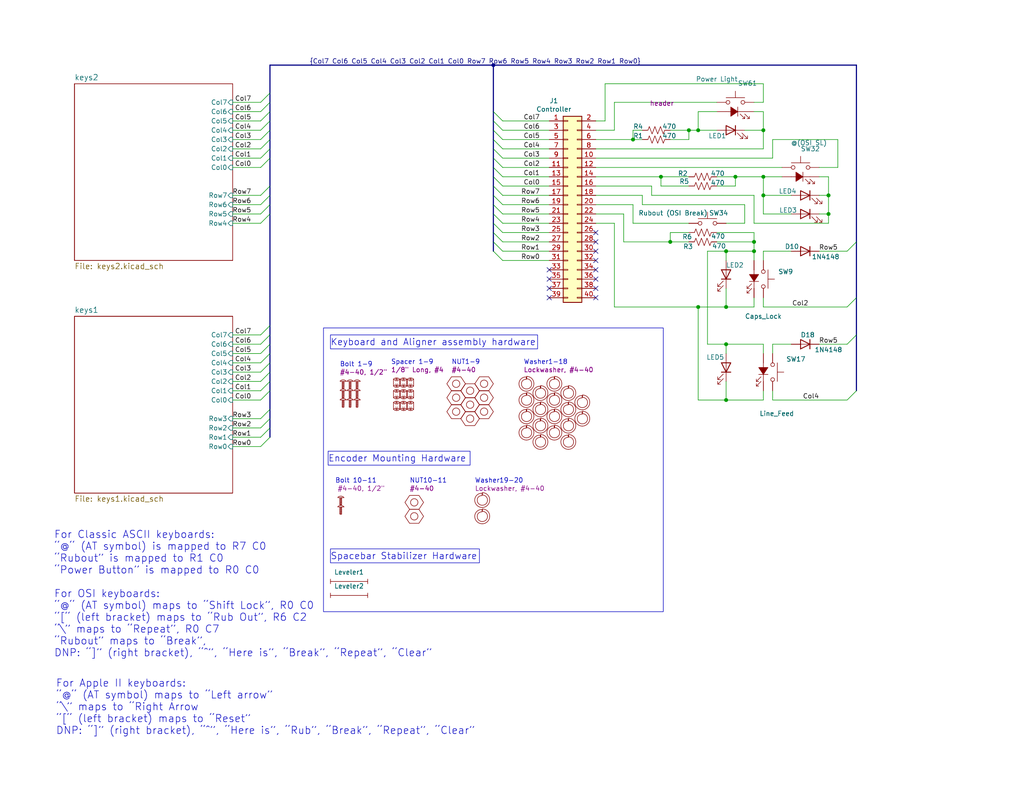
<source format=kicad_sch>
(kicad_sch (version 20230121) (generator eeschema)
  (paper "USLetter")
  (title_block (title "Unified Retro Keyboard") (date "2022-04-09") (rev "1.13") (company "OSIWeb.org") (comment 1 "Main sheet with connector"))
  (junction (at 190.5 35.56))
  (junction (at 208.28 53.34))
  (junction (at 134.62 17.78))
  (junction (at 226.06 53.34))
  (junction (at 208.28 35.56))
  (junction (at 200.66 48.26))
  (junction (at 198.12 93.98))
  (junction (at 172.72 38.1))
  (junction (at 180.34 48.26))
  (junction (at 198.12 109.22))
  (junction (at 187.96 35.56))
  (junction (at 198.12 83.82))
  (junction (at 205.74 66.04))
  (junction (at 182.88 66.04))
  (junction (at 208.28 48.26))
  (junction (at 198.12 68.58))
  (junction (at 226.06 58.42))
  (junction (at 205.74 68.58))
  (junction (at 190.5 83.82))
  (no_connect (at 162.56 66.04))
  (no_connect (at 162.56 76.2))
  (no_connect (at 162.56 63.5))
  (no_connect (at 149.86 73.66))
  (no_connect (at 162.56 73.66))
  (no_connect (at 149.86 76.2))
  (no_connect (at 149.86 81.28))
  (no_connect (at 149.86 78.74))
  (no_connect (at 162.56 78.74))
  (no_connect (at 162.56 71.12))
  (no_connect (at 162.56 68.58))
  (no_connect (at 162.56 81.28))
  (bus_entry (at 71.12 55.88) (size 2.54 -2.54))
  (bus_entry (at 71.12 33.02) (size 2.54 -2.54))
  (bus_entry (at 71.12 106.68) (size 2.54 -2.54))
  (bus_entry (at 231.14 109.22) (size 2.54 -2.54))
  (bus_entry (at 71.12 99.06) (size 2.54 -2.54))
  (bus_entry (at 71.12 58.42) (size 2.54 -2.54))
  (bus_entry (at 71.12 114.3) (size 2.54 -2.54))
  (bus_entry (at 137.16 71.12) (size -2.54 -2.54))
  (bus_entry (at 71.12 101.6) (size 2.54 -2.54))
  (bus_entry (at 71.12 96.52) (size 2.54 -2.54))
  (bus_entry (at 231.14 83.82) (size 2.54 -2.54))
  (bus_entry (at 71.12 53.34) (size 2.54 -2.54))
  (bus_entry (at 71.12 104.14) (size 2.54 -2.54))
  (bus_entry (at 71.12 93.98) (size 2.54 -2.54))
  (bus_entry (at 71.12 30.48) (size 2.54 -2.54))
  (bus_entry (at 71.12 43.18) (size 2.54 -2.54))
  (bus_entry (at 71.12 121.92) (size 2.54 -2.54))
  (bus_entry (at 71.12 38.1) (size 2.54 -2.54))
  (bus_entry (at 137.16 33.02) (size -2.54 -2.54))
  (bus_entry (at 137.16 35.56) (size -2.54 -2.54))
  (bus_entry (at 137.16 38.1) (size -2.54 -2.54))
  (bus_entry (at 137.16 40.64) (size -2.54 -2.54))
  (bus_entry (at 231.14 68.58) (size 2.54 -2.54))
  (bus_entry (at 71.12 109.22) (size 2.54 -2.54))
  (bus_entry (at 137.16 43.18) (size -2.54 -2.54))
  (bus_entry (at 137.16 66.04) (size -2.54 -2.54))
  (bus_entry (at 137.16 63.5) (size -2.54 -2.54))
  (bus_entry (at 137.16 45.72) (size -2.54 -2.54))
  (bus_entry (at 137.16 48.26) (size -2.54 -2.54))
  (bus_entry (at 137.16 50.8) (size -2.54 -2.54))
  (bus_entry (at 137.16 53.34) (size -2.54 -2.54))
  (bus_entry (at 137.16 58.42) (size -2.54 -2.54))
  (bus_entry (at 137.16 60.96) (size -2.54 -2.54))
  (bus_entry (at 137.16 68.58) (size -2.54 -2.54))
  (bus_entry (at 137.16 55.88) (size -2.54 -2.54))
  (bus_entry (at 71.12 91.44) (size 2.54 -2.54))
  (bus_entry (at 71.12 40.64) (size 2.54 -2.54))
  (bus_entry (at 71.12 45.72) (size 2.54 -2.54))
  (bus_entry (at 71.12 119.38) (size 2.54 -2.54))
  (bus_entry (at 71.12 60.96) (size 2.54 -2.54))
  (bus_entry (at 71.12 116.84) (size 2.54 -2.54))
  (bus_entry (at 231.14 93.98) (size 2.54 -2.54))
  (bus_entry (at 71.12 27.94) (size 2.54 -2.54))
  (bus_entry (at 71.12 35.56) (size 2.54 -2.54))
  (bus (pts (xy 73.66 93.98) (xy 73.66 96.52)))
  (wire (pts (xy 182.88 35.56) (xy 187.96 35.56)))
  (wire (pts (xy 208.28 27.94) (xy 208.28 22.86)))
  (wire (pts (xy 198.12 96.52) (xy 198.12 93.98)))
  (wire (pts (xy 63.5 43.18) (xy 71.12 43.18)))
  (wire (pts (xy 71.12 45.72) (xy 63.5 45.72)))
  (bus (pts (xy 134.62 63.5) (xy 134.62 66.04)))
  (wire (pts (xy 190.5 83.82) (xy 198.12 83.82)))
  (bus (pts (xy 134.62 38.1) (xy 134.62 40.64)))
  (wire (pts (xy 205.74 60.96) (xy 226.06 60.96)))
  (bus (pts (xy 73.66 88.9) (xy 73.66 91.44)))
  (wire (pts (xy 170.18 66.04) (xy 182.88 66.04)))
  (wire (pts (xy 193.04 68.58) (xy 193.04 93.98)))
  (wire (pts (xy 71.12 109.22) (xy 63.5 109.22)))
  (wire (pts (xy 162.56 53.34) (xy 175.26 53.34)))
  (wire (pts (xy 195.58 27.94) (xy 167.64 27.94)))
  (wire (pts (xy 193.04 68.58) (xy 198.12 68.58)))
  (wire (pts (xy 162.56 55.88) (xy 172.72 55.88)))
  (wire (pts (xy 162.56 48.26) (xy 180.34 48.26)))
  (bus (pts (xy 233.68 17.78) (xy 233.68 66.04)))
  (bus (pts (xy 73.66 40.64) (xy 73.66 43.18)))
  (wire (pts (xy 71.12 55.88) (xy 63.5 55.88)))
  (wire (pts (xy 71.12 30.48) (xy 63.5 30.48)))
  (wire (pts (xy 175.26 53.34) (xy 175.26 55.88)))
  (bus (pts (xy 134.62 43.18) (xy 134.62 45.72)))
  (bus (pts (xy 134.62 58.42) (xy 134.62 60.96)))
  (bus (pts (xy 73.66 96.52) (xy 73.66 99.06)))
  (wire (pts (xy 198.12 68.58) (xy 205.74 68.58)))
  (wire (pts (xy 162.56 45.72) (xy 213.36 45.72)))
  (wire (pts (xy 195.58 30.48) (xy 190.5 30.48)))
  (wire (pts (xy 137.16 35.56) (xy 149.86 35.56)))
  (wire (pts (xy 172.72 38.1) (xy 175.26 38.1)))
  (wire (pts (xy 187.96 35.56) (xy 187.96 38.1)))
  (wire (pts (xy 63.5 96.52) (xy 71.12 96.52)))
  (wire (pts (xy 210.82 38.1) (xy 210.82 43.18)))
  (bus (pts (xy 134.62 55.88) (xy 134.62 58.42)))
  (wire (pts (xy 71.12 35.56) (xy 63.5 35.56)))
  (wire (pts (xy 71.12 99.06) (xy 63.5 99.06)))
  (bus (pts (xy 134.62 33.02) (xy 134.62 35.56)))
  (wire (pts (xy 182.88 63.5) (xy 182.88 66.04)))
  (wire (pts (xy 187.96 50.8) (xy 180.34 50.8)))
  (wire (pts (xy 200.66 48.26) (xy 208.28 48.26)))
  (wire (pts (xy 162.56 40.64) (xy 208.28 40.64)))
  (wire (pts (xy 167.64 60.96) (xy 167.64 83.82)))
  (wire (pts (xy 63.5 119.38) (xy 71.12 119.38)))
  (bus (pts (xy 73.66 30.48) (xy 73.66 33.02)))
  (wire (pts (xy 223.52 53.34) (xy 226.06 53.34)))
  (wire (pts (xy 167.64 83.82) (xy 190.5 83.82)))
  (wire (pts (xy 208.28 109.22) (xy 208.28 106.68)))
  (wire (pts (xy 187.96 35.56) (xy 190.5 35.56)))
  (wire (pts (xy 190.5 109.22) (xy 198.12 109.22)))
  (wire (pts (xy 198.12 109.22) (xy 208.28 109.22)))
  (wire (pts (xy 205.74 27.94) (xy 208.28 27.94)))
  (wire (pts (xy 228.6 45.72) (xy 228.6 38.1)))
  (wire (pts (xy 177.8 50.8) (xy 177.8 53.34)))
  (wire (pts (xy 205.74 66.04) (xy 205.74 68.58)))
  (wire (pts (xy 63.5 58.42) (xy 71.12 58.42)))
  (wire (pts (xy 162.56 58.42) (xy 170.18 58.42)))
  (wire (pts (xy 180.34 48.26) (xy 187.96 48.26)))
  (bus (pts (xy 73.66 27.94) (xy 73.66 30.48)))
  (wire (pts (xy 195.58 63.5) (xy 205.74 63.5)))
  (bus (pts (xy 73.66 111.76) (xy 73.66 114.3)))
  (wire (pts (xy 226.06 53.34) (xy 226.06 58.42)))
  (wire (pts (xy 63.5 53.34) (xy 71.12 53.34)))
  (wire (pts (xy 215.9 93.98) (xy 210.82 93.98)))
  (bus (pts (xy 134.62 30.48) (xy 134.62 33.02)))
  (wire (pts (xy 71.12 104.14) (xy 63.5 104.14)))
  (wire (pts (xy 149.86 53.34) (xy 137.16 53.34)))
  (bus (pts (xy 73.66 91.44) (xy 73.66 93.98)))
  (wire (pts (xy 149.86 40.64) (xy 137.16 40.64)))
  (wire (pts (xy 198.12 83.82) (xy 205.74 83.82)))
  (wire (pts (xy 203.2 55.88) (xy 203.2 60.96)))
  (wire (pts (xy 210.82 109.22) (xy 231.14 109.22)))
  (wire (pts (xy 167.64 27.94) (xy 167.64 35.56)))
  (wire (pts (xy 137.16 45.72) (xy 149.86 45.72)))
  (wire (pts (xy 226.06 48.26) (xy 226.06 53.34)))
  (wire (pts (xy 208.28 83.82) (xy 208.28 81.28)))
  (wire (pts (xy 182.88 38.1) (xy 187.96 38.1)))
  (wire (pts (xy 200.66 50.8) (xy 200.66 48.26)))
  (wire (pts (xy 162.56 38.1) (xy 172.72 38.1)))
  (wire (pts (xy 198.12 104.14) (xy 198.12 109.22)))
  (bus (pts (xy 134.62 50.8) (xy 134.62 53.34)))
  (bus (pts (xy 73.66 101.6) (xy 73.66 104.14)))
  (bus (pts (xy 73.66 106.68) (xy 73.66 111.76)))
  (wire (pts (xy 195.58 48.26) (xy 200.66 48.26)))
  (wire (pts (xy 223.52 93.98) (xy 231.14 93.98)))
  (wire (pts (xy 137.16 66.04) (xy 149.86 66.04)))
  (wire (pts (xy 223.52 58.42) (xy 226.06 58.42)))
  (wire (pts (xy 149.86 33.02) (xy 137.16 33.02)))
  (wire (pts (xy 195.58 50.8) (xy 200.66 50.8)))
  (wire (pts (xy 162.56 43.18) (xy 210.82 43.18)))
  (wire (pts (xy 205.74 83.82) (xy 205.74 81.28)))
  (wire (pts (xy 172.72 60.96) (xy 187.96 60.96)))
  (wire (pts (xy 149.86 43.18) (xy 137.16 43.18)))
  (wire (pts (xy 149.86 63.5) (xy 137.16 63.5)))
  (wire (pts (xy 149.86 58.42) (xy 137.16 58.42)))
  (wire (pts (xy 137.16 55.88) (xy 149.86 55.88)))
  (wire (pts (xy 162.56 60.96) (xy 167.64 60.96)))
  (bus (pts (xy 233.68 91.44) (xy 233.68 106.68)))
  (wire (pts (xy 71.12 40.64) (xy 63.5 40.64)))
  (wire (pts (xy 63.5 27.94) (xy 71.12 27.94)))
  (bus (pts (xy 73.66 43.18) (xy 73.66 50.8)))
  (wire (pts (xy 180.34 48.26) (xy 180.34 50.8)))
  (wire (pts (xy 172.72 35.56) (xy 175.26 35.56)))
  (wire (pts (xy 137.16 71.12) (xy 149.86 71.12)))
  (wire (pts (xy 205.74 63.5) (xy 205.74 66.04)))
  (wire (pts (xy 198.12 78.74) (xy 198.12 83.82)))
  (wire (pts (xy 162.56 35.56) (xy 167.64 35.56)))
  (wire (pts (xy 210.82 93.98) (xy 210.82 96.52)))
  (wire (pts (xy 203.2 35.56) (xy 208.28 35.56)))
  (wire (pts (xy 195.58 66.04) (xy 205.74 66.04)))
  (wire (pts (xy 223.52 48.26) (xy 226.06 48.26)))
  (wire (pts (xy 63.5 101.6) (xy 71.12 101.6)))
  (wire (pts (xy 177.8 53.34) (xy 205.74 53.34)))
  (wire (pts (xy 198.12 60.96) (xy 203.2 60.96)))
  (wire (pts (xy 63.5 91.44) (xy 71.12 91.44)))
  (wire (pts (xy 198.12 93.98) (xy 208.28 93.98)))
  (bus (pts (xy 73.66 53.34) (xy 73.66 55.88)))
  (bus (pts (xy 73.66 17.78) (xy 73.66 25.4)))
  (wire (pts (xy 175.26 55.88) (xy 203.2 55.88)))
  (bus (pts (xy 73.66 114.3) (xy 73.66 116.84)))
  (bus (pts (xy 134.62 17.78) (xy 233.68 17.78)))
  (bus (pts (xy 134.62 53.34) (xy 134.62 55.88)))
  (wire (pts (xy 63.5 33.02) (xy 71.12 33.02)))
  (wire (pts (xy 165.1 33.02) (xy 165.1 22.86)))
  (wire (pts (xy 223.52 68.58) (xy 231.14 68.58)))
  (bus (pts (xy 73.66 55.88) (xy 73.66 58.42)))
  (wire (pts (xy 210.82 38.1) (xy 228.6 38.1)))
  (bus (pts (xy 73.66 104.14) (xy 73.66 106.68)))
  (wire (pts (xy 198.12 68.58) (xy 198.12 71.12)))
  (wire (pts (xy 190.5 109.22) (xy 190.5 83.82)))
  (wire (pts (xy 208.28 30.48) (xy 208.28 35.56)))
  (wire (pts (xy 149.86 48.26) (xy 137.16 48.26)))
  (wire (pts (xy 190.5 30.48) (xy 190.5 35.56)))
  (wire (pts (xy 71.12 116.84) (xy 63.5 116.84)))
  (wire (pts (xy 63.5 38.1) (xy 71.12 38.1)))
  (wire (pts (xy 190.5 35.56) (xy 195.58 35.56)))
  (wire (pts (xy 162.56 33.02) (xy 165.1 33.02)))
  (bus (pts (xy 134.62 40.64) (xy 134.62 43.18)))
  (wire (pts (xy 187.96 63.5) (xy 182.88 63.5)))
  (bus (pts (xy 73.66 116.84) (xy 73.66 119.38)))
  (bus (pts (xy 134.62 60.96) (xy 134.62 63.5)))
  (wire (pts (xy 149.86 38.1) (xy 137.16 38.1)))
  (wire (pts (xy 208.28 71.12) (xy 208.28 68.58)))
  (wire (pts (xy 182.88 66.04) (xy 187.96 66.04)))
  (wire (pts (xy 162.56 50.8) (xy 177.8 50.8)))
  (bus (pts (xy 73.66 38.1) (xy 73.66 40.64)))
  (wire (pts (xy 137.16 68.58) (xy 149.86 68.58)))
  (bus (pts (xy 73.66 17.78) (xy 134.62 17.78)))
  (wire (pts (xy 71.12 121.92) (xy 63.5 121.92)))
  (bus (pts (xy 73.66 33.02) (xy 73.66 35.56)))
  (wire (pts (xy 210.82 109.22) (xy 210.82 106.68)))
  (wire (pts (xy 208.28 68.58) (xy 215.9 68.58)))
  (wire (pts (xy 208.28 35.56) (xy 208.28 40.64)))
  (bus (pts (xy 73.66 35.56) (xy 73.66 38.1)))
  (bus (pts (xy 134.62 35.56) (xy 134.62 38.1)))
  (bus (pts (xy 134.62 17.78) (xy 134.62 30.48)))
  (wire (pts (xy 208.28 53.34) (xy 215.9 53.34)))
  (bus (pts (xy 233.68 66.04) (xy 233.68 81.28)))
  (wire (pts (xy 205.74 53.34) (xy 205.74 60.96)))
  (wire (pts (xy 137.16 60.96) (xy 149.86 60.96)))
  (bus (pts (xy 134.62 66.04) (xy 134.62 68.58)))
  (wire (pts (xy 208.28 53.34) (xy 208.28 58.42)))
  (wire (pts (xy 223.52 45.72) (xy 228.6 45.72)))
  (bus (pts (xy 73.66 25.4) (xy 73.66 27.94)))
  (wire (pts (xy 137.16 50.8) (xy 149.86 50.8)))
  (wire (pts (xy 165.1 22.86) (xy 208.28 22.86)))
  (wire (pts (xy 71.12 93.98) (xy 63.5 93.98)))
  (bus (pts (xy 134.62 45.72) (xy 134.62 48.26)))
  (wire (pts (xy 208.28 93.98) (xy 208.28 96.52)))
  (wire (pts (xy 63.5 114.3) (xy 71.12 114.3)))
  (wire (pts (xy 170.18 58.42) (xy 170.18 66.04)))
  (wire (pts (xy 208.28 58.42) (xy 215.9 58.42)))
  (wire (pts (xy 205.74 68.58) (xy 205.74 71.12)))
  (wire (pts (xy 208.28 48.26) (xy 213.36 48.26)))
  (bus (pts (xy 73.66 58.42) (xy 73.66 88.9)))
  (wire (pts (xy 172.72 38.1) (xy 172.72 35.56)))
  (wire (pts (xy 193.04 93.98) (xy 198.12 93.98)))
  (bus (pts (xy 73.66 99.06) (xy 73.66 101.6)))
  (wire (pts (xy 208.28 48.26) (xy 208.28 53.34)))
  (bus (pts (xy 233.68 81.28) (xy 233.68 91.44)))
  (wire (pts (xy 205.74 30.48) (xy 208.28 30.48)))
  (bus (pts (xy 134.62 48.26) (xy 134.62 50.8)))
  (wire (pts (xy 71.12 60.96) (xy 63.5 60.96)))
  (wire (pts (xy 63.5 106.68) (xy 71.12 106.68)))
  (wire (pts (xy 226.06 58.42) (xy 226.06 60.96)))
  (bus (pts (xy 73.66 50.8) (xy 73.66 53.34)))
  (wire (pts (xy 172.72 60.96) (xy 172.72 55.88)))
  (wire (pts (xy 208.28 83.82) (xy 231.14 83.82)))
  (rectangle (start 90.17 91.44) (end 146.685 95.25))
  (rectangle (start 88.265 89.535) (end 180.975 167.005))
  (rectangle (start 90.17 149.86) (end 130.81 153.67))
  (rectangle (start 89.535 123.19) (end 128.27 127))
  (text "Washer19-20" (at 129.54 132.08 0) (effects (font (size 1.27 1.27)) (justify left bottom)))
  (text "For Apple II keyboards:\n“@“ (AT symbol) maps to “Left arrow”\n“\\” maps to “Right Arrow\n“[“ (left bracket) maps to “Reset”\nDNP: “]” (right bracket), “^”, “Here is”, “Rub”, “Break”, “Repeat”, “Clear”" (at 15.24 200.787 0) (effects (font (size 2.0066 2.0066)) (justify left bottom)))
  (text "For OSI keyboards:\n“@“ (AT symbol) maps to “Shift Lock”, R0 C0\n“[“ (left bracket) maps to “Rub Out”, R6 C2\n“\\” maps to “Repeat”, R0 C7\n“Rubout” maps to “Break”, \nDNP: “]” (right bracket), “^”, “Here is”, “Break”, “Repeat”, “Clear”" (at 14.732 179.578 0) (effects (font (size 2.0066 2.0066)) (justify left bottom)))
  (text "Encoder Mounting Hardware" (at 89.535 126.365 0) (effects (font (size 1.778 1.778)) (justify left bottom)))
  (text "Bolt 1-9" (at 92.71 100.33 0) (effects (font (size 1.27 1.27)) (justify left bottom)))
  (text "NUT1-9" (at 123.19 99.695 0) (effects (font (size 1.27 1.27)) (justify left bottom)))
  (text "Washer1-18" (at 142.875 99.695 0) (effects (font (size 1.27 1.27)) (justify left bottom)))
  (text "Bolt 10-11" (at 91.44 132.08 0) (effects (font (size 1.27 1.27)) (justify left bottom)))
  (text "Spacebar Stabilizer Hardware" (at 90.17 153.035 0) (effects (font (size 1.778 1.778)) (justify left bottom)))
  (text "For Classic ASCII keyboards:\n“@“ (AT symbol) is mapped to R7 C0\n“Rubout” is mapped to R1 C0\n“Power Button” is mapped to R0 C0\n" (at 14.732 156.972 0) (effects (font (size 2.0066 2.0066)) (justify left bottom)))
  (text "Spacer 1-9" (at 106.68 99.695 0) (effects (font (size 1.27 1.27)) (justify left bottom)))
  (text "Keyboard and Aligner assembly hardware" (at 90.17 94.615 0) (effects (font (size 1.778 1.778)) (justify left bottom)))
  (text "NUT10-11" (at 111.76 132.08 0) (effects (font (size 1.27 1.27)) (justify left bottom)))
  (label "Col0" (at 68.58 109.22 180))
  (label "Row5" (at 228.6 68.58 180))
  (label "Row6" (at 147.32 55.88 180))
  (label "Row6" (at 68.58 55.88 180))
  (label "Col3" (at 68.58 101.6 180))
  (label "Col3" (at 68.58 38.1 180))
  (label "Col2" (at 220.599 83.82 180))
  (label "Row5" (at 68.58 58.42 180))
  (label "Col2" (at 68.58 104.14 180))
  (label "Col3" (at 147.32 43.18 180))
  (label "{Col7 Col6 Col5 Col4 Col3 Col2 Col1 Col0 Row7 Row6 Row5 Row4 Row3 Row2 Row1 Row0}" (at 84.455 17.78 0))
  (label "Row0" (at 68.58 121.92 180))
  (label "Col4" (at 223.52 109.22 180))
  (label "Col5" (at 68.58 96.52 180))
  (label "Row1" (at 68.58 119.38 180))
  (label "Col7" (at 147.32 33.02 180))
  (label "Col1" (at 147.32 48.26 180))
  (label "Col6" (at 147.32 35.56 180))
  (label "Row1" (at 147.32 68.58 180))
  (label "Row7" (at 68.58 53.34 180))
  (label "Col2" (at 147.32 45.72 180))
  (label "Col5" (at 147.32 38.1 180))
  (label "Col2" (at 68.58 40.64 180))
  (label "Col4" (at 68.58 99.06 180))
  (label "Col0" (at 68.58 45.72 180))
  (label "Col4" (at 147.32 40.64 180))
  (label "Col1" (at 68.58 43.18 180))
  (label "Row4" (at 147.32 60.96 180))
  (label "Row5" (at 228.6 93.98 180))
  (label "Row2" (at 147.32 66.04 180))
  (label "Row5" (at 147.32 58.42 180))
  (label "Col6" (at 68.58 30.48 180))
  (label "Row2" (at 68.58 116.84 180))
  (label "Col1" (at 68.58 106.68 180))
  (label "Row7" (at 147.32 53.34 180))
  (label "Col4" (at 68.58 35.56 180))
  (label "Row0" (at 147.32 71.12 180))
  (label "Row3" (at 147.32 63.5 180))
  (label "Col6" (at 68.58 93.98 180))
  (label "Col0" (at 147.32 50.8 180))
  (label "Col5" (at 68.58 33.02 180))
  (label "Col7" (at 68.58 27.94 180))
  (label "Row3" (at 68.58 114.3 180))
  (label "Row4" (at 68.58 60.96 180))
  (label "Col7" (at 68.58 91.44 180))
  (symbol (lib_id "unikbd:CONN 3M 929975-01-20-RK 40 pin female header, straight, TH, 0.254{dblquote}") (at 149.86 55.88 0) (unit 1)
    (property "Reference" "J1" (at 151.13 27.5082 0))
    (property "Value" "Controller" (at 151.13 29.8196 0))
    (property "Footprint" "unikbd:kbd_header_and_mounting_holes" (effects hide))
    (property "Fitted" "YES" (effects hide))
    (property "Substitution OK" " YES " (effects hide))
    (property "Comment" "20x2 0.1\" socket header. Mount on bottom side" (effects hide))
    (property "Component Value" "header" (at 180.594 28.194 0))
    (property "Tolerance" "If applicable" (effects hide))
    (property "Manufacturer" "3M" (effects hide))
    (property "Manufacturer Link" "https://www.3m.com/3M/en_US/p/d/b10419776/" (effects hide))
    (property "RoHS" "Yes" (effects hide))
    (property "RoHS Document Link" "https://4donline.ihs.com/images/VipMasterIC/IC/IIIM/IIIM-E-A0004687669/IIIM-E-A0004699241-1.pdf?hkey=6D0214268300F1406B835FE51CB13195" (effects hide))
    (property "Manufacturer PN" "929975-01-20-RK" (effects hide))
    (property "Allow Substitution" "Yes" (effects hide))
    (property "Tracking" "No" (effects hide))
    (property "Component Type" "Connector" (effects hide))
    (property "Number of Pins" "40" (effects hide))
    (property "Temp (Storage)" "If applicable" (effects hide))
    (property "Temp (Operating)" "-40C/+105C" (effects hide))
    (property "Temp (Soldering)" "If applicable" (effects hide))
    (property "Temp Coeff." "If applicable" (effects hide))
    (property "Power Rating" "If applicable" (effects hide))
    (property "Material" "If applicable" (effects hide))
    (property "Class" "If applicable" (effects hide))
    (property "Standards Version" "1.1" (effects hide))
  )
  (symbol (lib_id "unikbd:SW Cherry MX/Futaba 1U Style A") (at 193.04 60.96 0) (mirror y) (unit 1)
    (property "Reference" "SW34" (at 196.088 58.166 0))
    (property "Value" "Rubout (OSI Break)" (at 183.642 58.166 0))
    (property "Footprint" "unikbd:Key_MX" (effects hide))
    (property "Comment" "Common to all layouts" (effects hide))
    (property "Fitted" "YES" (effects hide))
    (property "Substitution OK" "NO" (effects hide))
    (property "Component Value" "Key" (effects hide))
    (property "Tolerance" "If applicable" (effects hide))
    (property "Manufacturer" "Cherry" (effects hide))
    (property "Manufacturer Link" "https://www.cherrymx.de/en/cherry-mx/mx-original/mx-black.html" (effects hide))
    (property "RoHS Document Link" "https://www.mouser.com/catalog/additional/Cherry_Electrical_Products_5409_RoHS_Certificate.pdf" (effects hide))
    (property "Manufacturer PN" "MX1A-11NN" (effects hide))
    (property "RoHS" "Yes" (effects hide))
    (property "Allow Substitution" "Yes" (effects hide))
    (property "Tracking" "No" (effects hide))
    (property "Component Type" "Switch" (effects hide))
    (property "Number of Pins" "2" (effects hide))
    (property "Temp (Operating)" "-40C/+170C" (effects hide))
    (property "Temp (Soldering)" "If applicable" (effects hide))
    (property "Temp Coeff." "If applicable" (effects hide))
    (property "Power Rating" "10 mA" (effects hide))
    (property "Material" "If applicable" (effects hide))
    (property "Class" "If applicable" (effects hide))
    (property "Standards Version" "1.1" (effects hide))
  )
  (symbol (lib_id "unikbd:SW Cherry MX/Futaba 1U LED Style A") (at 208.28 76.2 270) (unit 1)
    (property "Reference" "SW9" (at 214.376 74.168 90))
    (property "Value" "Caps_Lock" (at 208.28 86.36 90))
    (property "Footprint" "unikbd:Key_MX_LED" (effects hide))
    (property "Fitted" "NO" (effects hide))
    (property "Substitution OK" "NO" (effects hide))
    (property "Component Value" "Key" (effects hide))
    (property "Tolerance" "If applicable" (effects hide))
    (property "Manufacturer" "Cherry" (effects hide))
    (property "Manufacturer Link" "https://www.cherrymx.de/en/cherry-mx/mx-original/mx-black.html" (effects hide))
    (property "RoHS Document Link" "https://www.mouser.com/catalog/additional/Cherry_Electrical_Products_5409_RoHS_Certificate.pdf" (effects hide))
    (property "Manufacturer PN" "MX1A-11NN" (effects hide))
    (property "RoHS" "Yes" (effects hide))
    (property "Allow Substitution" "Yes" (effects hide))
    (property "Tracking" "No" (effects hide))
    (property "Component Type" "Switch" (effects hide))
    (property "Number of Pins" "2" (effects hide))
    (property "Temp (Operating)" "-40C/+170C" (effects hide))
    (property "Temp (Soldering)" "If applicable" (effects hide))
    (property "Temp Coeff." "If applicable" (effects hide))
    (property "Power Rating" "10 mA" (effects hide))
    (property "Material" "If applicable" (effects hide))
    (property "Class" "If applicable" (effects hide))
    (property "Standards Version" "1.1" (effects hide))
  )
  (symbol (lib_id "unikbd:diode-combined") (at 223.52 68.58 180) (unit 1)
    (property "Reference" "D10" (at 214.122 67.31 0) (effects (justify right)))
    (property "Value" "1N4148" (at 221.488 70.104 0) (effects (justify right)))
    (property "Footprint" "unikbd:diode-combined" (effects hide))
    (property "Datasheet" "https://www.diodes.com/assets/Datasheets/BAS16_MMBD4148_MMBD914.pdf" (effects hide))
    (property "Fitted" "Yes" (effects hide))
    (property "Substitution OK" " YES " (effects hide))
    (property "Comment" "<1.25V forward voltage.  " (effects hide))
    (property "Manufacturer" "Diodes, Inc." (effects hide))
    (property "Manufacturer Part Number" "MMBD914LT3G " (effects hide))
    (property "Package" " SOT-23-3 " (effects hide))
    (property "LCSC" "C118751" (effects hide))
    (property "Manufacturer PN" "MMBD914-7-F" (effects hide))
    (property "Component Value" "19N14/MMBD914" (effects hide))
    (property "Tolerance" "If applicable" (effects hide))
    (property "Manufacturer Link" "https://www.diodes.com/part/view/MMBD914" (effects hide))
    (property "RoHS Document Link" "https://www.diodes.com/assets/Quality-Reliability-Docs/Master_CofC.pdf" (effects hide))
    (property "RoHS" "Yes" (effects hide))
    (property "Allow Substitution" "Yes" (effects hide))
    (property "Tracking" "No" (effects hide))
    (property "BOM Comment" "Either SMT or Through-Hole part (1n914 or 1n4148) is fitted but not both.  " (effects hide))
    (property "Component Type" "Diode" (effects hide))
    (property "Package Type" "SOT3-3" (effects hide))
    (property "Number of Pins" "3" (effects hide))
    (property "Temp (Storage)" "If applicable" (effects hide))
    (property "Temp (Operating)" "-65C/150C" (effects hide))
    (property "Temp (Soldering)" "If applicable" (effects hide))
    (property "Temp Coeff." "If applicable" (effects hide))
    (property "Power Rating" "350 mW / 200 mA" (effects hide))
    (property "Material" "If applicable" (effects hide))
    (property "Class" "If applicable" (effects hide))
    (property "Standards Version" "1.1" (effects hide))
  )
  (symbol (lib_id "unikbd:LED Cree C5SMF-RJE-CT0W0BB2 T1-3/4 5mm Red, 2200 mcd") (at 219.71 53.34 0) (mirror y) (unit 1)
    (property "Reference" "LED4" (at 212.471 52.197 0) (effects (justify right)))
    (property "Value" "LED" (effects hide))
    (property "Footprint" "LED_THT:LED_D5.0mm" (effects hide))
    (property "Fitted" "NO" (effects hide))
    (property "Substitution OK" " YES " (effects hide))
    (property "Comment" "3mm Through-hole LED, 0.1\" spacing" (effects hide))
    (property "Allow Substitution" "Yes" (effects hide))
    (property "BOM Comment" "Install into switch" (effects hide))
    (property "Component Type" "LED" (effects hide))
    (property "Component Value" "Amber" (effects hide))
    (property "Manufacturer" "Lumex" (effects hide))
    (property "Manufacturer Link" "https://www.lumex.com/datasheet/SSL-LX3044AD" (effects hide))
    (property "Manufacturer PN" "SSL-LX3044AD" (effects hide))
    (property "RoHS" "Yes" (effects hide))
    (property "RoHS Document Link" "https://www.mouser.com/catalog/additional/Lumex_6960_RoHS_Certificate.pdf" (effects hide))
    (property "Number of Pins" "2" (effects hide))
    (property "Package" "T-1 (3mm)" (effects hide))
    (property "Power Rating" "105mW" (effects hide))
    (property "Temp (Operating)" "-40C/+85C" (effects hide))
    (property "Tracking" "No" (effects hide))
    (property "Standards Version" "1.1" (effects hide))
  )
  (symbol (lib_id "unikbd:LED_Lumex_696-SSL-LX3044AD__3mm_amber_THT") (at 203.2 35.56 0) (mirror y) (unit 1)
    (property "Reference" "LED1" (at 193.294 37.084 0) (effects (justify right)))
    (property "Value" "LED" (effects hide))
    (property "Footprint" "LED_THT:LED_D2.0mm_W4.8mm_H2.5mm_FlatTop" (effects hide))
    (property "Datasheet" "https://www.lumex.com/datasheet/SSL-LX3044AD" (effects hide))
    (property "Fitted" "YES" (effects hide))
    (property "Substitution OK" " YES " (effects hide))
    (property "Comment" "3mm Through-hole LED, 0.1\" spacing" (effects hide))
    (property "Allow Substitution" "Yes" (effects hide))
    (property "BOM Comment" "Install into switch" (effects hide))
    (property "Component Type" "LED" (effects hide))
    (property "Component Value" "Amber" (effects hide))
    (property "Manufacturer" "Lumex" (effects hide))
    (property "Manufacturer Link" "https://www.lumex.com/datasheet/SSL-LX3044AD" (effects hide))
    (property "Manufacturer PN" "SSL-LX3044AD" (effects hide))
    (property "Manufacturer Part Number" "SSL-LX3044AD" (effects hide))
    (property "Number of Pins" "2" (effects hide))
    (property "Package" "T-1 (3mm)" (effects hide))
    (property "Power Rating" "105mW" (effects hide))
    (property "RoHS" "Yes" (effects hide))
    (property "RoHS Document Link" "https://www.mouser.com/catalog/additional/Lumex_6960_RoHS_Certificate.pdf" (effects hide))
    (property "Standards Version" "1.1" (effects hide))
    (property "Temp (Operating)" "-40C/+85C" (effects hide))
    (property "Tracking" "No" (effects hide))
  )
  (symbol (lib_id "unikbd:LED_Lumex_696-SSL-LX3044AD__3mm_amber_THT") (at 198.12 78.74 270) (mirror x) (unit 1)
    (property "Reference" "LED2" (at 202.946 72.39 90) (effects (justify right)))
    (property "Value" "LED" (effects hide))
    (property "Footprint" "LED_THT:LED_D2.0mm_W4.8mm_H2.5mm_FlatTop" (effects hide))
    (property "Datasheet" "https://www.lumex.com/datasheet/SSL-LX3044AD" (effects hide))
    (property "Fitted" "YES" (effects hide))
    (property "Substitution OK" " YES " (effects hide))
    (property "Comment" "3mm Through-hole LED, 0.1\" spacing" (effects hide))
    (property "Allow Substitution" "Yes" (effects hide))
    (property "BOM Comment" "Install into switch" (effects hide))
    (property "Component Type" "LED" (effects hide))
    (property "Component Value" "Amber" (effects hide))
    (property "Manufacturer" "Lumex" (effects hide))
    (property "Manufacturer Link" "https://www.lumex.com/datasheet/SSL-LX3044AD" (effects hide))
    (property "Manufacturer PN" "SSL-LX3044AD" (effects hide))
    (property "Manufacturer Part Number" "SSL-LX3044AD" (effects hide))
    (property "Number of Pins" "2" (effects hide))
    (property "Package" "T-1 (3mm)" (effects hide))
    (property "Power Rating" "105mW" (effects hide))
    (property "RoHS" "Yes" (effects hide))
    (property "RoHS Document Link" "https://www.mouser.com/catalog/additional/Lumex_6960_RoHS_Certificate.pdf" (effects hide))
    (property "Standards Version" "1.1" (effects hide))
    (property "Temp (Operating)" "-40C/+85C" (effects hide))
    (property "Tracking" "No" (effects hide))
  )
  (symbol (lib_id "unikbd:SW Cherry MX/Futaba 1U LED Style A") (at 210.82 101.6 270) (unit 1)
    (property "Reference" "SW17" (at 217.17 98.044 90))
    (property "Value" "Line_Feed" (at 211.963 112.903 90))
    (property "Footprint" "unikbd:Key_MX_LED" (effects hide))
    (property "Comment" "Common to all layouts" (effects hide))
    (property "Fitted" "YES" (effects hide))
    (property "Substitution OK" "NO" (effects hide))
    (property "Component Value" "Key" (effects hide))
    (property "Tolerance" "If applicable" (effects hide))
    (property "Manufacturer" "Cherry" (effects hide))
    (property "Manufacturer Link" "https://www.cherrymx.de/en/cherry-mx/mx-original/mx-black.html" (effects hide))
    (property "RoHS Document Link" "https://www.mouser.com/catalog/additional/Cherry_Electrical_Products_5409_RoHS_Certificate.pdf" (effects hide))
    (property "Manufacturer PN" "MX1A-11NN" (effects hide))
    (property "RoHS" "Yes" (effects hide))
    (property "Allow Substitution" "Yes" (effects hide))
    (property "Tracking" "No" (effects hide))
    (property "Component Type" "Switch" (effects hide))
    (property "Number of Pins" "2" (effects hide))
    (property "Temp (Operating)" "-40C/+170C" (effects hide))
    (property "Temp (Soldering)" "If applicable" (effects hide))
    (property "Temp Coeff." "If applicable" (effects hide))
    (property "Power Rating" "10 mA" (effects hide))
    (property "Material" "If applicable" (effects hide))
    (property "Class" "If applicable" (effects hide))
    (property "Standards Version" "1.1" (effects hide))
  )
  (symbol (lib_id "unikbd:diode-combined") (at 223.52 93.98 180) (unit 1)
    (property "Reference" "D18" (at 218.44 91.44 0) (effects (justify right)))
    (property "Value" "1N4148" (at 222.25 95.504 0) (effects (justify right)))
    (property "Footprint" "unikbd:diode-combined" (effects hide))
    (property "Datasheet" "https://www.diodes.com/assets/Datasheets/BAS16_MMBD4148_MMBD914.pdf" (effects hide))
    (property "Fitted" "Yes" (effects hide))
    (property "Substitution OK" " YES " (effects hide))
    (property "Comment" "<1.25V forward voltage.  " (effects hide))
    (property "Manufacturer" "Diodes, Inc." (effects hide))
    (property "Manufacturer Part Number" "MMBD914LT3G " (effects hide))
    (property "Package" " SOT-23-3 " (effects hide))
    (property "LCSC" "C118751" (effects hide))
    (property "Manufacturer PN" "MMBD914-7-F" (effects hide))
    (property "Component Value" "19N14/MMBD914" (effects hide))
    (property "Tolerance" "If applicable" (effects hide))
    (property "Manufacturer Link" "https://www.diodes.com/part/view/MMBD914" (effects hide))
    (property "RoHS Document Link" "https://www.diodes.com/assets/Quality-Reliability-Docs/Master_CofC.pdf" (effects hide))
    (property "RoHS" "Yes" (effects hide))
    (property "Allow Substitution" "Yes" (effects hide))
    (property "Tracking" "No" (effects hide))
    (property "BOM Comment" "Either SMT or Through-Hole part (1n914 or 1n4148) is fitted but not both.  " (effects hide))
    (property "Component Type" "Diode" (effects hide))
    (property "Package Type" "SOT3-3" (effects hide))
    (property "Number of Pins" "3" (effects hide))
    (property "Temp (Storage)" "If applicable" (effects hide))
    (property "Temp (Operating)" "-65C/150C" (effects hide))
    (property "Temp (Soldering)" "If applicable" (effects hide))
    (property "Temp Coeff." "If applicable" (effects hide))
    (property "Power Rating" "350 mW / 200 mA" (effects hide))
    (property "Material" "If applicable" (effects hide))
    (property "Class" "If applicable" (effects hide))
    (property "Standards Version" "1.1" (effects hide))
  )
  (symbol (lib_id "unikbd:LED_Lumex_696-SSL-LX3044AD__3mm_amber_THT") (at 223.52 58.42 0) (mirror y) (unit 1)
    (property "Reference" "LED3" (at 212.598 57.404 0) (effects (justify right)))
    (property "Value" "LED" (effects hide))
    (property "Footprint" "LED_THT:LED_D2.0mm_W4.8mm_H2.5mm_FlatTop" (effects hide))
    (property "Datasheet" "https://www.lumex.com/datasheet/SSL-LX3044AD" (effects hide))
    (property "Fitted" "YES" (effects hide))
    (property "Substitution OK" " YES " (effects hide))
    (property "Comment" "3mm Through-hole LED, 0.1\" spacing" (effects hide))
    (property "Allow Substitution" "Yes" (effects hide))
    (property "BOM Comment" "Install into switch" (effects hide))
    (property "Component Type" "LED" (effects hide))
    (property "Component Value" "Amber" (effects hide))
    (property "Manufacturer" "Lumex" (effects hide))
    (property "Manufacturer Link" "https://www.lumex.com/datasheet/SSL-LX3044AD" (effects hide))
    (property "Manufacturer PN" "SSL-LX3044AD" (effects hide))
    (property "Manufacturer Part Number" "SSL-LX3044AD" (effects hide))
    (property "Number of Pins" "2" (effects hide))
    (property "Package" "T-1 (3mm)" (effects hide))
    (property "Power Rating" "105mW" (effects hide))
    (property "RoHS" "Yes" (effects hide))
    (property "RoHS Document Link" "https://www.mouser.com/catalog/additional/Lumex_6960_RoHS_Certificate.pdf" (effects hide))
    (property "Standards Version" "1.1" (effects hide))
    (property "Temp (Operating)" "-40C/+85C" (effects hide))
    (property "Tracking" "No" (effects hide))
  )
  (symbol (lib_id "unikbd:SW Cherry MX/Futaba 1U LED Style A") (at 200.66 27.94 0) (unit 1)
    (property "Reference" "SW61" (at 203.962 22.733 0))
    (property "Value" "Power Light" (at 195.58 21.59 0))
    (property "Footprint" "unikbd:Key_MX_LED" (effects hide))
    (property "Fitted" "Yes" (effects hide))
    (property "Substitution OK" "NO" (effects hide))
    (property "Component Value" "Key" (effects hide))
    (property "Tolerance" "If applicable" (effects hide))
    (property "Manufacturer" "Cherry" (effects hide))
    (property "Manufacturer Link" "https://www.cherrymx.de/en/cherry-mx/mx-original/mx-black.html" (effects hide))
    (property "RoHS Document Link" "https://www.mouser.com/catalog/additional/Cherry_Electrical_Products_5409_RoHS_Certificate.pdf" (effects hide))
    (property "Manufacturer PN" "MX1A-11NN" (effects hide))
    (property "RoHS" "Yes" (effects hide))
    (property "Allow Substitution" "Yes" (effects hide))
    (property "Tracking" "No" (effects hide))
    (property "Component Type" "Switch" (effects hide))
    (property "Number of Pins" "2" (effects hide))
    (property "Temp (Operating)" "-40C/+170C" (effects hide))
    (property "Temp (Soldering)" "If applicable" (effects hide))
    (property "Temp Coeff." "If applicable" (effects hide))
    (property "Power Rating" "10 mA" (effects hide))
    (property "Material" "If applicable" (effects hide))
    (property "Class" "If applicable" (effects hide))
    (property "Standards Version" "1.1" (effects hide))
  )
  (symbol (lib_id "unikbd:SW Cherry MX/Futaba 1U LED Style A") (at 218.44 45.72 0) (unit 1)
    (property "Reference" "SW32" (at 221.107 40.64 0))
    (property "Value" "@(OSI SL)" (at 220.726 38.989 0))
    (property "Footprint" "unikbd:Key_MX_LED" (effects hide))
    (property "Comment" "Common to all layouts" (effects hide))
    (property "Fitted" "YES" (effects hide))
    (property "Substitution OK" "NO" (effects hide))
    (property "Component Value" "Key" (effects hide))
    (property "Tolerance" "If applicable" (effects hide))
    (property "Manufacturer" "Cherry" (effects hide))
    (property "Manufacturer Link" "https://www.cherrymx.de/en/cherry-mx/mx-original/mx-black.html" (effects hide))
    (property "RoHS Document Link" "https://www.mouser.com/catalog/additional/Cherry_Electrical_Products_5409_RoHS_Certificate.pdf" (effects hide))
    (property "Manufacturer PN" "MX1A-11NN" (effects hide))
    (property "RoHS" "Yes" (effects hide))
    (property "Allow Substitution" "Yes" (effects hide))
    (property "Tracking" "No" (effects hide))
    (property "Component Type" "Switch" (effects hide))
    (property "Number of Pins" "2" (effects hide))
    (property "Temp (Operating)" "-40C/+170C" (effects hide))
    (property "Temp (Soldering)" "If applicable" (effects hide))
    (property "Temp Coeff." "If applicable" (effects hide))
    (property "Power Rating" "10 mA" (effects hide))
    (property "Material" "If applicable" (effects hide))
    (property "Class" "If applicable" (effects hide))
    (property "Standards Version" "1.1" (effects hide))
  )
  (symbol (lib_id "unikbd:LED_Lumex_696-SSL-LX3044AD__3mm_amber_THT") (at 198.12 104.14 270) (mirror x) (unit 1)
    (property "Reference" "LED5" (at 197.612 97.536 90) (effects (justify right)))
    (property "Value" "LED" (effects hide))
    (property "Footprint" "LED_THT:LED_D2.0mm_W4.8mm_H2.5mm_FlatTop" (effects hide))
    (property "Datasheet" "https://www.lumex.com/datasheet/SSL-LX3044AD" (effects hide))
    (property "Fitted" "YES" (effects hide))
    (property "Substitution OK" " YES " (effects hide))
    (property "Comment" "3mm Through-hole LED, 0.1\" spacing" (effects hide))
    (property "Allow Substitution" "Yes" (effects hide))
    (property "BOM Comment" "Install into switch" (effects hide))
    (property "Component Type" "LED" (effects hide))
    (property "Component Value" "Amber" (effects hide))
    (property "Manufacturer" "Lumex" (effects hide))
    (property "Manufacturer Link" "https://www.lumex.com/datasheet/SSL-LX3044AD" (effects hide))
    (property "Manufacturer PN" "SSL-LX3044AD" (effects hide))
    (property "Manufacturer Part Number" "SSL-LX3044AD" (effects hide))
    (property "Number of Pins" "2" (effects hide))
    (property "Package" "T-1 (3mm)" (effects hide))
    (property "Power Rating" "105mW" (effects hide))
    (property "RoHS" "Yes" (effects hide))
    (property "RoHS Document Link" "https://www.mouser.com/catalog/additional/Lumex_6960_RoHS_Certificate.pdf" (effects hide))
    (property "Standards Version" "1.1" (effects hide))
    (property "Temp (Operating)" "-40C/+85C" (effects hide))
    (property "Tracking" "No" (effects hide))
  )
  (symbol (lib_id "Device:R_US") (at 191.77 63.5 90) (unit 1)
    (property "Reference" "R6" (at 188.849 64.643 90) (effects (justify left)))
    (property "Value" "470" (at 197.866 64.516 90) (effects (justify left)))
    (property "Footprint" "Resistor_SMD:R_0805_2012Metric" (effects hide))
    (property "Datasheet" "https://industrial.panasonic.com/cdbs/www-data/pdf/RDA0000/DMA0000COL9.pdf~" (effects hide))
    (property "Comment" "If R4-R6 installed, then DNP R1-R3" (effects hide))
    (property "Fitted" "YES" (effects hide))
    (property "Manufacturer" "Panasonic" (effects hide))
    (property "Manufacturer Part Number" "ERJ-3EKF3300V" (effects hide))
    (property "Substitution OK" " YES " (effects hide))
    (property "tolerance" "1%" (effects hide))
    (property "LCSC" "C144560" (effects hide))
    (property "Manufacturer PN" "ERJ-3EKF3300V" (effects hide))
  )
  (symbol (lib_id "Device:R_US") (at 191.77 50.8 270) (unit 1)
    (property "Reference" "R5" (at 186.69 49.53 90))
    (property "Value" "470" (at 195.834 49.911 90))
    (property "Footprint" "Resistor_SMD:R_0805_2012Metric" (effects hide))
    (property "Datasheet" "https://industrial.panasonic.com/cdbs/www-data/pdf/RDA0000/DMA0000COL9.pdf~" (effects hide))
    (property "Comment" "If R4-R6 installed, then DNP R1-R3" (effects hide))
    (property "Fitted" "YES" (effects hide))
    (property "Manufacturer" "Panasonic" (effects hide))
    (property "Manufacturer Part Number" "ERJ-3EKF3300V" (effects hide))
    (property "Substitution OK" " YES " (effects hide))
    (property "tolerance" "1%" (effects hide))
    (property "LCSC" "C144560" (effects hide))
    (property "Manufacturer PN" "ERJ-3EKF3300V" (effects hide))
  )
  (symbol (lib_id "Device:R_US") (at 179.07 35.56 270) (unit 1)
    (property "Reference" "R4" (at 174.117 34.544 90))
    (property "Value" "470" (at 182.626 34.544 90))
    (property "Footprint" "Resistor_SMD:R_0805_2012Metric" (effects hide))
    (property "Datasheet" "https://industrial.panasonic.com/cdbs/www-data/pdf/RDA0000/DMA0000COL9.pdf~" (effects hide))
    (property "Comment" "If R4-R6 installed, then DNP R1-R3" (effects hide))
    (property "Fitted" "YES" (effects hide))
    (property "Manufacturer" "Panasonic" (effects hide))
    (property "Manufacturer Part Number" "ERJ-3EKF3300V" (effects hide))
    (property "Substitution OK" " YES " (effects hide))
    (property "tolerance" "1%" (effects hide))
    (property "LCSC" "C144560" (effects hide))
    (property "Manufacturer PN" "ERJ-3EKF3300V" (effects hide))
  )
  (symbol (lib_id "Device:R_US") (at 191.77 48.26 270) (unit 1)
    (property "Reference" "R2" (at 186.309 47.371 90))
    (property "Value" "470" (at 195.834 47.371 90))
    (property "Footprint" "Resistor_THT:R_Axial_DIN0207_L6.3mm_D2.5mm_P10.16mm_Horizontal" (effects hide))
    (property "Comment" "If R1-R3 installed, then DNP R4-R6" (effects hide))
    (property "Fitted" "NO" (effects hide))
    (property "Manufacturer" "Generic Through hole" (effects hide))
    (property "Substitution OK" " YES " (effects hide))
    (property "tolerance" "1%" (effects hide))
  )
  (symbol (lib_id "Device:R_US") (at 191.77 66.04 90) (unit 1)
    (property "Reference" "R3" (at 189.103 67.31 90) (effects (justify left)))
    (property "Value" "470" (at 198.12 67.183 90) (effects (justify left)))
    (property "Footprint" "Resistor_THT:R_Axial_DIN0207_L6.3mm_D2.5mm_P10.16mm_Horizontal" (effects hide))
    (property "Comment" "If R1-R3 installed, then DNP R4-R6" (effects hide))
    (property "Fitted" "NO" (effects hide))
    (property "Manufacturer" "Generic Through hole" (effects hide))
    (property "Substitution OK" " YES " (effects hide))
    (property "tolerance" "1%" (effects hide))
  )
  (symbol (lib_id "Device:R_US") (at 179.07 38.1 270) (unit 1)
    (property "Reference" "R1" (at 174.117 37.084 90))
    (property "Value" "470" (at 182.626 37.084 90))
    (property "Footprint" "Resistor_THT:R_Axial_DIN0207_L6.3mm_D2.5mm_P10.16mm_Horizontal" (effects hide))
    (property "Comment" "If R1-R3 installed, then DNP R4-R6" (effects hide))
    (property "Fitted" "NO" (effects hide))
    (property "Manufacturer" "Generic Through hole" (effects hide))
    (property "Substitution OK" " YES " (effects hide))
    (property "tolerance" "1%" (effects hide))
  )
  (symbol (lib_id "mounting-hardware:MNT McMaster Bolt, #4-40, 1/2{dblquote} Long, stainless steel") (at 92.71 109.22 0) (unit 1) (on_board no)
    (property "Reference" "BOLT3" (effects hide))
    (property "Value" "#4-40, 1/2\"" (effects hide))
    (property "Component Value" "#4-40, 1/2\"" (effects hide))
    (property "Tolerance" "If applicable" (effects hide))
    (property "Manufacturer" "McMaster Carr" (effects hide))
    (property "Manufacturer Link" "https://www.mcmaster.com/catalog/129/3390/91772A110" (effects hide))
    (property "RoHS Document Link" "RoHs Link" (effects hide))
    (property "Manufacturer PN" "91772A110" (effects hide))
    (property "RoHS" "n/a" (effects hide))
    (property "Allow Substitution" "No" (effects hide))
    (property "Fitted" "Yes" (effects hide))
    (property "Tracking" "No" (effects hide))
    (property "BOM Comment" "Aligner Mounting HW" (effects hide))
    (property "Component Type" "Spacer" (effects hide))
    (property "Number of Pins" "If applicable" (effects hide))
    (property "Temp (Storage)" "If applicable" (effects hide))
    (property "Temp (Operating)" "If applicable" (effects hide))
    (property "Temp (Soldering)" "If applicable" (effects hide))
    (property "Temp Coeff." "If applicable" (effects hide))
    (property "Power Rating" "If applicable" (effects hide))
    (property "Material" "stainless steel" (effects hide))
    (property "Class" "If applicable" (effects hide))
    (property "Standards Version" "1.1" (effects hide))
    (property "Manufacturer Part Number" "91772A110" (effects hide))
    (property "Sim.Enable" "0" (effects hide))
  )
  (symbol (lib_id "mounting-hardware:MNT McMaster Bolt, #4-40, 1/2{dblquote} Long, stainless steel") (at 96.52 109.22 0) (unit 1) (on_board no)
    (property "Reference" "BOLT9" (effects hide))
    (property "Value" "#4-40, 1/2\"" (effects hide))
    (property "Component Value" "#4-40, 1/2\"" (effects hide))
    (property "Tolerance" "If applicable" (effects hide))
    (property "Manufacturer" "McMaster Carr" (effects hide))
    (property "Manufacturer Link" "https://www.mcmaster.com/catalog/129/3390/91772A110" (effects hide))
    (property "RoHS Document Link" "RoHs Link" (effects hide))
    (property "Manufacturer PN" "91772A110" (effects hide))
    (property "RoHS" "n/a" (effects hide))
    (property "Allow Substitution" "No" (effects hide))
    (property "Fitted" "Yes" (effects hide))
    (property "Tracking" "No" (effects hide))
    (property "BOM Comment" "Aligner Mounting HW" (effects hide))
    (property "Component Type" "Spacer" (effects hide))
    (property "Number of Pins" "If applicable" (effects hide))
    (property "Temp (Storage)" "If applicable" (effects hide))
    (property "Temp (Operating)" "If applicable" (effects hide))
    (property "Temp (Soldering)" "If applicable" (effects hide))
    (property "Temp Coeff." "If applicable" (effects hide))
    (property "Power Rating" "If applicable" (effects hide))
    (property "Material" "stainless steel" (effects hide))
    (property "Class" "If applicable" (effects hide))
    (property "Standards Version" "1.1" (effects hide))
    (property "Manufacturer Part Number" "91772A110" (effects hide))
    (property "Sim.Enable" "0" (effects hide))
  )
  (symbol (lib_id "mounting-hardware:MNT McMaster Bolt, #4-40, 1/2{dblquote} Long, stainless steel") (at 92.71 106.68 0) (unit 1) (on_board no)
    (property "Reference" "BOLT2" (effects hide))
    (property "Value" "#4-40, 1/2\"" (effects hide))
    (property "Component Value" "#4-40, 1/2\"" (effects hide))
    (property "Tolerance" "If applicable" (effects hide))
    (property "Manufacturer" "McMaster Carr" (effects hide))
    (property "Manufacturer Link" "https://www.mcmaster.com/catalog/129/3390/91772A110" (effects hide))
    (property "RoHS Document Link" "RoHs Link" (effects hide))
    (property "Manufacturer PN" "91772A110" (effects hide))
    (property "RoHS" "n/a" (effects hide))
    (property "Allow Substitution" "No" (effects hide))
    (property "Fitted" "Yes" (effects hide))
    (property "Tracking" "No" (effects hide))
    (property "BOM Comment" "Aligner Mounting HW" (effects hide))
    (property "Component Type" "Spacer" (effects hide))
    (property "Number of Pins" "If applicable" (effects hide))
    (property "Temp (Storage)" "If applicable" (effects hide))
    (property "Temp (Operating)" "If applicable" (effects hide))
    (property "Temp (Soldering)" "If applicable" (effects hide))
    (property "Temp Coeff." "If applicable" (effects hide))
    (property "Power Rating" "If applicable" (effects hide))
    (property "Material" "stainless steel" (effects hide))
    (property "Class" "If applicable" (effects hide))
    (property "Standards Version" "1.1" (effects hide))
    (property "Manufacturer Part Number" "91772A110" (effects hide))
    (property "Sim.Enable" "0" (effects hide))
  )
  (symbol (lib_id "mounting-hardware:MNT McMaster Spacer, #4, 3/16{dblquote} OD, 1/8{dblquote} Long, white nylon") (at 111.125 109.855 0) (unit 1) (on_board no)
    (property "Reference" "SPACER9" (effects hide))
    (property "Value" "Standard Template" (effects hide))
    (property "Component Value" "3/16\" OD, 1/8\" Long, #4, nylon" (effects hide))
    (property "Tolerance" "If applicable" (effects hide))
    (property "Manufacturer" "McMaster Carr" (effects hide))
    (property "Manufacturer Link" "https://www.mcmaster.com/catalog/129/3669/94639A702" (effects hide))
    (property "RoHS Document Link" "RoHs Link" (effects hide))
    (property "Manufacturer PN" "94639A702" (effects hide))
    (property "RoHS" "n/a" (effects hide))
    (property "Allow Substitution" "No" (effects hide))
    (property "Fitted" "Yes" (effects hide))
    (property "Tracking" "No" (effects hide))
    (property "Component Type" "Spacer" (effects hide))
    (property "Number of Pins" "If applicable" (effects hide))
    (property "Temp (Storage)" "If applicable" (effects hide))
    (property "Temp (Operating)" "If applicable" (effects hide))
    (property "Temp (Soldering)" "If applicable" (effects hide))
    (property "Temp Coeff." "If applicable" (effects hide))
    (property "Power Rating" "If applicable" (effects hide))
    (property "Material" "nylon" (effects hide))
    (property "Class" "If applicable" (effects hide))
    (property "Standards Version" "1.1" (effects hide))
    (property "Sim.Enable" "0" (effects hide))
  )
  (symbol (lib_id "mounting-hardware:MNT McMaster Lockwasher, #4-40, internal teeth, stainless steel") (at 156.845 109.855 0) (unit 1) (on_board no)
    (property "Reference" "WASHER17" (effects hide))
    (property "Value" "Lockwasher, #4-40" (effects hide))
    (property "Component Value" "Lockwasher, #4-40" (effects hide))
    (property "Tolerance" "If applicable" (effects hide))
    (property "Manufacturer" "McMaster Carr" (effects hide))
    (property "Manufacturer Link" "https://www.mcmaster.com/catalog/129/3636/95584A200" (effects hide))
    (property "RoHS Document Link" "RoHs Link" (effects hide))
    (property "Manufacturer PN" "95584A200" (effects hide))
    (property "RoHS" "n/a" (effects hide))
    (property "Allow Substitution" "No" (effects hide))
    (property "Fitted" "Yes" (effects hide))
    (property "Tracking" "No" (effects hide))
    (property "BOM Comment" "Aligner Mounting HW" (effects hide))
    (property "Component Type" "Spacer" (effects hide))
    (property "Number of Pins" "If applicable" (effects hide))
    (property "Temp (Storage)" "If applicable" (effects hide))
    (property "Temp (Operating)" "If applicable" (effects hide))
    (property "Temp (Soldering)" "If applicable" (effects hide))
    (property "Temp Coeff." "If applicable" (effects hide))
    (property "Power Rating" "If applicable" (effects hide))
    (property "Material" "stainless steel" (effects hide))
    (property "Class" "If applicable" (effects hide))
    (property "Standards Version" "1.1" (effects hide))
    (property "Sim.Enable" "0" (effects hide))
  )
  (symbol (lib_id "mounting-hardware:MNT McMaster Lockwasher, #4-40, internal teeth, stainless steel") (at 141.605 109.22 0) (unit 1) (on_board no)
    (property "Reference" "WASHER2" (effects hide))
    (property "Value" "Lockwasher, #4-40" (effects hide))
    (property "Component Value" "Lockwasher, #4-40" (effects hide))
    (property "Tolerance" "If applicable" (effects hide))
    (property "Manufacturer" "McMaster Carr" (effects hide))
    (property "Manufacturer Link" "https://www.mcmaster.com/catalog/129/3636/95584A200" (effects hide))
    (property "RoHS Document Link" "RoHs Link" (effects hide))
    (property "Manufacturer PN" "95584A200" (effects hide))
    (property "RoHS" "n/a" (effects hide))
    (property "Allow Substitution" "No" (effects hide))
    (property "Fitted" "Yes" (effects hide))
    (property "Tracking" "No" (effects hide))
    (property "BOM Comment" "Aligner Mounting HW" (effects hide))
    (property "Component Type" "Spacer" (effects hide))
    (property "Number of Pins" "If applicable" (effects hide))
    (property "Temp (Storage)" "If applicable" (effects hide))
    (property "Temp (Operating)" "If applicable" (effects hide))
    (property "Temp (Soldering)" "If applicable" (effects hide))
    (property "Temp Coeff." "If applicable" (effects hide))
    (property "Power Rating" "If applicable" (effects hide))
    (property "Material" "stainless steel" (effects hide))
    (property "Class" "If applicable" (effects hide))
    (property "Standards Version" "1.1" (effects hide))
    (property "Sim.Enable" "0" (effects hide))
  )
  (symbol (lib_id "mounting-hardware:MNT McMaster Lockwasher, #4-40, internal teeth, stainless steel") (at 153.035 107.315 0) (unit 1) (on_board no)
    (property "Reference" "WASHER13" (effects hide))
    (property "Value" "Lockwasher, #4-40" (effects hide))
    (property "Component Value" "Lockwasher, #4-40" (effects hide))
    (property "Tolerance" "If applicable" (effects hide))
    (property "Manufacturer" "McMaster Carr" (effects hide))
    (property "Manufacturer Link" "https://www.mcmaster.com/catalog/129/3636/95584A200" (effects hide))
    (property "RoHS Document Link" "RoHs Link" (effects hide))
    (property "Manufacturer PN" "95584A200" (effects hide))
    (property "RoHS" "n/a" (effects hide))
    (property "Allow Substitution" "No" (effects hide))
    (property "Fitted" "Yes" (effects hide))
    (property "Tracking" "No" (effects hide))
    (property "BOM Comment" "Aligner Mounting HW" (effects hide))
    (property "Component Type" "Spacer" (effects hide))
    (property "Number of Pins" "If applicable" (effects hide))
    (property "Temp (Storage)" "If applicable" (effects hide))
    (property "Temp (Operating)" "If applicable" (effects hide))
    (property "Temp (Soldering)" "If applicable" (effects hide))
    (property "Temp Coeff." "If applicable" (effects hide))
    (property "Power Rating" "If applicable" (effects hide))
    (property "Material" "stainless steel" (effects hide))
    (property "Class" "If applicable" (effects hide))
    (property "Standards Version" "1.1" (effects hide))
    (property "Sim.Enable" "0" (effects hide))
  )
  (symbol (lib_id "mounting-hardware:MNT McMaster Nut, #4-40, stainless steel") (at 132.08 104.775 0) (unit 1) (on_board no)
    (property "Reference" "NUT7" (effects hide))
    (property "Value" "#4-40" (effects hide))
    (property "Component Value" "#4-40" (effects hide))
    (property "Tolerance" "If applicable" (effects hide))
    (property "Manufacturer" "McMaster Carr" (effects hide))
    (property "Manufacturer Link" "https://www.mcmaster.com/catalog/129/3582/91841A005" (effects hide))
    (property "RoHS Document Link" "RoHs Link" (effects hide))
    (property "Manufacturer PN" "91841A005" (effects hide))
    (property "RoHS" "n/a" (effects hide))
    (property "Allow Substitution" "No" (effects hide))
    (property "Fitted" "Yes" (effects hide))
    (property "Tracking" "No" (effects hide))
    (property "BOM Comment" "Aligner Mounting HW" (effects hide))
    (property "Component Type" "Spacer" (effects hide))
    (property "Number of Pins" "If applicable" (effects hide))
    (property "Temp (Storage)" "If applicable" (effects hide))
    (property "Temp (Operating)" "If applicable" (effects hide))
    (property "Temp (Soldering)" "If applicable" (effects hide))
    (property "Temp Coeff." "If applicable" (effects hide))
    (property "Power Rating" "If applicable" (effects hide))
    (property "Material" "stainless steel" (effects hide))
    (property "Class" "If applicable" (effects hide))
    (property "Standards Version" "1.1" (effects hide))
    (property "Manufacturer Part Number" "91841A005" (effects hide))
    (property "Sim.Enable" "0" (effects hide))
  )
  (symbol (lib_id "mounting-hardware:MNT McMaster Spacer, #4, 3/16{dblquote} OD, 1/8{dblquote} Long, white nylon") (at 109.22 106.68 0) (unit 1) (on_board no)
    (property "Reference" "SPACER5" (effects hide))
    (property "Value" "Standard Template" (effects hide))
    (property "Component Value" "3/16\" OD, 1/8\" Long, #4, nylon" (effects hide))
    (property "Tolerance" "If applicable" (effects hide))
    (property "Manufacturer" "McMaster Carr" (effects hide))
    (property "Manufacturer Link" "https://www.mcmaster.com/catalog/129/3669/94639A702" (effects hide))
    (property "RoHS Document Link" "RoHs Link" (effects hide))
    (property "Manufacturer PN" "94639A702" (effects hide))
    (property "RoHS" "n/a" (effects hide))
    (property "Allow Substitution" "No" (effects hide))
    (property "Fitted" "Yes" (effects hide))
    (property "Tracking" "No" (effects hide))
    (property "Component Type" "Spacer" (effects hide))
    (property "Number of Pins" "If applicable" (effects hide))
    (property "Temp (Storage)" "If applicable" (effects hide))
    (property "Temp (Operating)" "If applicable" (effects hide))
    (property "Temp (Soldering)" "If applicable" (effects hide))
    (property "Temp Coeff." "If applicable" (effects hide))
    (property "Power Rating" "If applicable" (effects hide))
    (property "Material" "nylon" (effects hide))
    (property "Class" "If applicable" (effects hide))
    (property "Standards Version" "1.1" (effects hide))
    (property "Sim.Enable" "0" (effects hide))
  )
  (symbol (lib_id "mounting-hardware:MNT McMaster Bolt, #4-40, 1/2{dblquote} Long, stainless steel") (at 96.52 104.14 0) (unit 1) (on_board no)
    (property "Reference" "BOLT7" (effects hide))
    (property "Value" "#4-40, 1/2\"" (effects hide))
    (property "Component Value" "#4-40, 1/2\"" (effects hide))
    (property "Tolerance" "If applicable" (effects hide))
    (property "Manufacturer" "McMaster Carr" (effects hide))
    (property "Manufacturer Link" "https://www.mcmaster.com/catalog/129/3390/91772A110" (effects hide))
    (property "RoHS Document Link" "RoHs Link" (effects hide))
    (property "Manufacturer PN" "91772A110" (effects hide))
    (property "RoHS" "n/a" (effects hide))
    (property "Allow Substitution" "No" (effects hide))
    (property "Fitted" "Yes" (effects hide))
    (property "Tracking" "No" (effects hide))
    (property "BOM Comment" "Aligner Mounting HW" (effects hide))
    (property "Component Type" "Spacer" (effects hide))
    (property "Number of Pins" "If applicable" (effects hide))
    (property "Temp (Storage)" "If applicable" (effects hide))
    (property "Temp (Operating)" "If applicable" (effects hide))
    (property "Temp (Soldering)" "If applicable" (effects hide))
    (property "Temp Coeff." "If applicable" (effects hide))
    (property "Power Rating" "If applicable" (effects hide))
    (property "Material" "stainless steel" (effects hide))
    (property "Class" "If applicable" (effects hide))
    (property "Standards Version" "1.1" (effects hide))
    (property "Manufacturer Part Number" "91772A110" (effects hide))
    (property "Sim.Enable" "0" (effects hide))
  )
  (symbol (lib_id "mounting-hardware:MNT McMaster Lockwasher, #4-40, internal teeth, stainless steel") (at 141.605 113.665 0) (unit 1) (on_board no)
    (property "Reference" "WASHER3" (effects hide))
    (property "Value" "Lockwasher, #4-40" (effects hide))
    (property "Component Value" "Lockwasher, #4-40" (effects hide))
    (property "Tolerance" "If applicable" (effects hide))
    (property "Manufacturer" "McMaster Carr" (effects hide))
    (property "Manufacturer Link" "https://www.mcmaster.com/catalog/129/3636/95584A200" (effects hide))
    (property "RoHS Document Link" "RoHs Link" (effects hide))
    (property "Manufacturer PN" "95584A200" (effects hide))
    (property "RoHS" "n/a" (effects hide))
    (property "Allow Substitution" "No" (effects hide))
    (property "Fitted" "Yes" (effects hide))
    (property "Tracking" "No" (effects hide))
    (property "BOM Comment" "Aligner Mounting HW" (effects hide))
    (property "Component Type" "Spacer" (effects hide))
    (property "Number of Pins" "If applicable" (effects hide))
    (property "Temp (Storage)" "If applicable" (effects hide))
    (property "Temp (Operating)" "If applicable" (effects hide))
    (property "Temp (Soldering)" "If applicable" (effects hide))
    (property "Temp Coeff." "If applicable" (effects hide))
    (property "Power Rating" "If applicable" (effects hide))
    (property "Material" "stainless steel" (effects hide))
    (property "Class" "If applicable" (effects hide))
    (property "Standards Version" "1.1" (effects hide))
    (property "Sim.Enable" "0" (effects hide))
  )
  (symbol (lib_id "mounting-hardware:MNT McMaster Lockwasher, #4-40, internal teeth, stainless steel") (at 145.415 120.65 0) (unit 1) (on_board no)
    (property "Reference" "WASHER8" (effects hide))
    (property "Value" "Lockwasher, #4-40" (effects hide))
    (property "Component Value" "Lockwasher, #4-40" (effects hide))
    (property "Tolerance" "If applicable" (effects hide))
    (property "Manufacturer" "McMaster Carr" (effects hide))
    (property "Manufacturer Link" "https://www.mcmaster.com/catalog/129/3636/95584A200" (effects hide))
    (property "RoHS Document Link" "RoHs Link" (effects hide))
    (property "Manufacturer PN" "95584A200" (effects hide))
    (property "RoHS" "n/a" (effects hide))
    (property "Allow Substitution" "No" (effects hide))
    (property "Fitted" "Yes" (effects hide))
    (property "Tracking" "No" (effects hide))
    (property "BOM Comment" "Aligner Mounting HW" (effects hide))
    (property "Component Type" "Spacer" (effects hide))
    (property "Number of Pins" "If applicable" (effects hide))
    (property "Temp (Storage)" "If applicable" (effects hide))
    (property "Temp (Operating)" "If applicable" (effects hide))
    (property "Temp (Soldering)" "If applicable" (effects hide))
    (property "Temp Coeff." "If applicable" (effects hide))
    (property "Power Rating" "If applicable" (effects hide))
    (property "Material" "stainless steel" (effects hide))
    (property "Class" "If applicable" (effects hide))
    (property "Standards Version" "1.1" (effects hide))
    (property "Sim.Enable" "0" (effects hide))
  )
  (symbol (lib_id "mounting-hardware:MNT McMaster Nut, #4-40, stainless steel") (at 124.46 104.775 0) (unit 1) (on_board no)
    (property "Reference" "NUT1" (effects hide))
    (property "Value" "#4-40" (effects hide))
    (property "Component Value" "#4-40" (at 123.19 100.965 0) (effects (justify left)))
    (property "Tolerance" "If applicable" (effects hide))
    (property "Manufacturer" "McMaster Carr" (effects hide))
    (property "Manufacturer Link" "https://www.mcmaster.com/catalog/129/3582/91841A005" (effects hide))
    (property "RoHS Document Link" "RoHs Link" (effects hide))
    (property "Manufacturer PN" "91841A005" (effects hide))
    (property "RoHS" "n/a" (effects hide))
    (property "Allow Substitution" "No" (effects hide))
    (property "Fitted" "Yes" (effects hide))
    (property "Tracking" "No" (effects hide))
    (property "BOM Comment" "Aligner Mounting HW" (effects hide))
    (property "Component Type" "Spacer" (effects hide))
    (property "Number of Pins" "If applicable" (effects hide))
    (property "Temp (Storage)" "If applicable" (effects hide))
    (property "Temp (Operating)" "If applicable" (effects hide))
    (property "Temp (Soldering)" "If applicable" (effects hide))
    (property "Temp Coeff." "If applicable" (effects hide))
    (property "Power Rating" "If applicable" (effects hide))
    (property "Material" "stainless steel" (effects hide))
    (property "Class" "If applicable" (effects hide))
    (property "Standards Version" "1.1" (effects hide))
    (property "Manufacturer Part Number" "91841A005" (effects hide))
    (property "Sim.Enable" "0" (effects hide))
  )
  (symbol (lib_id "mounting-hardware:MNT McMaster Spacer, #4, 3/16{dblquote} OD, 1/8{dblquote} Long, white nylon") (at 107.315 109.855 0) (unit 1) (on_board no)
    (property "Reference" "SPACER3" (effects hide))
    (property "Value" "Standard Template" (effects hide))
    (property "Component Value" "3/16\" OD, 1/8\" Long, #4, nylon" (effects hide))
    (property "Tolerance" "If applicable" (effects hide))
    (property "Manufacturer" "McMaster Carr" (effects hide))
    (property "Manufacturer Link" "https://www.mcmaster.com/catalog/129/3669/94639A702" (effects hide))
    (property "RoHS Document Link" "RoHs Link" (effects hide))
    (property "Manufacturer PN" "94639A702" (effects hide))
    (property "RoHS" "n/a" (effects hide))
    (property "Allow Substitution" "No" (effects hide))
    (property "Fitted" "Yes" (effects hide))
    (property "Tracking" "No" (effects hide))
    (property "Component Type" "Spacer" (effects hide))
    (property "Number of Pins" "If applicable" (effects hide))
    (property "Temp (Storage)" "If applicable" (effects hide))
    (property "Temp (Operating)" "If applicable" (effects hide))
    (property "Temp (Soldering)" "If applicable" (effects hide))
    (property "Temp Coeff." "If applicable" (effects hide))
    (property "Power Rating" "If applicable" (effects hide))
    (property "Material" "nylon" (effects hide))
    (property "Class" "If applicable" (effects hide))
    (property "Standards Version" "1.1" (effects hide))
    (property "Sim.Enable" "0" (effects hide))
  )
  (symbol (lib_id "unikbd:HW PCB-mount leveling hardware") (at 95.25 162.56 0) (unit 1) (on_board no)
    (property "Reference" "Leveler2" (at 95.25 160.02 0))
    (property "Value" "Leveler" (effects hide))
    (property "Component Value" "Leveler 1" (effects hide))
    (property "Tolerance" "If applicable" (effects hide))
    (property "Manufacturer" "Cherry" (effects hide))
    (property "Manufacturer Link" "https://www.cherrymx.de/" (effects hide))
    (property "RoHS Document Link" "RoHs Link" (effects hide))
    (property "Manufacturer PN" "0G990743" (effects hide))
    (property "RoHS" "Yes" (effects hide))
    (property "Allow Substitution" "Yes" (effects hide))
    (property "Fitted" "Yes" (effects hide))
    (property "Tracking" "No" (effects hide))
    (property "BOM Comment" "PCB mount cherry compatible" (effects hide))
    (property "Component Type" "Mounting HW" (effects hide))
    (property "Number of Pins" "If applicable" (effects hide))
    (property "Temp (Storage)" "If applicable" (effects hide))
    (property "Temp (Operating)" "If applicable" (effects hide))
    (property "Temp (Soldering)" "If applicable" (effects hide))
    (property "Temp Coeff." "If applicable" (effects hide))
    (property "Power Rating" "If applicable" (effects hide))
    (property "Material" "If applicable" (effects hide))
    (property "Class" "If applicable" (effects hide))
    (property "Standards Version" "1.1" (effects hide))
    (property "Manufacturer Part Number" "0G990743" (effects hide))
    (property "Sim.Enable" "0" (effects hide))
  )
  (symbol (lib_id "mounting-hardware:MNT McMaster Bolt, #4-40, 1/2{dblquote} Long, stainless steel") (at 94.615 104.14 0) (unit 1) (on_board no)
    (property "Reference" "BOLT4" (effects hide))
    (property "Value" "#4-40, 1/2\"" (effects hide))
    (property "Component Value" "#4-40, 1/2\"" (effects hide))
    (property "Tolerance" "If applicable" (effects hide))
    (property "Manufacturer" "McMaster Carr" (effects hide))
    (property "Manufacturer Link" "https://www.mcmaster.com/catalog/129/3390/91772A110" (effects hide))
    (property "RoHS Document Link" "RoHs Link" (effects hide))
    (property "Manufacturer PN" "91772A110" (effects hide))
    (property "RoHS" "n/a" (effects hide))
    (property "Allow Substitution" "No" (effects hide))
    (property "Fitted" "Yes" (effects hide))
    (property "Tracking" "No" (effects hide))
    (property "BOM Comment" "Aligner Mounting HW" (effects hide))
    (property "Component Type" "Spacer" (effects hide))
    (property "Number of Pins" "If applicable" (effects hide))
    (property "Temp (Storage)" "If applicable" (effects hide))
    (property "Temp (Operating)" "If applicable" (effects hide))
    (property "Temp (Soldering)" "If applicable" (effects hide))
    (property "Temp Coeff." "If applicable" (effects hide))
    (property "Power Rating" "If applicable" (effects hide))
    (property "Material" "stainless steel" (effects hide))
    (property "Class" "If applicable" (effects hide))
    (property "Standards Version" "1.1" (effects hide))
    (property "Manufacturer Part Number" "91772A110" (effects hide))
    (property "Sim.Enable" "0" (effects hide))
  )
  (symbol (lib_id "mounting-hardware:MNT McMaster Lockwasher, #4-40, internal teeth, stainless steel") (at 141.605 118.11 0) (unit 1) (on_board no)
    (property "Reference" "WASHER4" (effects hide))
    (property "Value" "Lockwasher, #4-40" (effects hide))
    (property "Component Value" "Lockwasher, #4-40" (effects hide))
    (property "Tolerance" "If applicable" (effects hide))
    (property "Manufacturer" "McMaster Carr" (effects hide))
    (property "Manufacturer Link" "https://www.mcmaster.com/catalog/129/3636/95584A200" (effects hide))
    (property "RoHS Document Link" "RoHs Link" (effects hide))
    (property "Manufacturer PN" "95584A200" (effects hide))
    (property "RoHS" "n/a" (effects hide))
    (property "Allow Substitution" "No" (effects hide))
    (property "Fitted" "Yes" (effects hide))
    (property "Tracking" "No" (effects hide))
    (property "BOM Comment" "Aligner Mounting HW" (effects hide))
    (property "Component Type" "Spacer" (effects hide))
    (property "Number of Pins" "If applicable" (effects hide))
    (property "Temp (Storage)" "If applicable" (effects hide))
    (property "Temp (Operating)" "If applicable" (effects hide))
    (property "Temp (Soldering)" "If applicable" (effects hide))
    (property "Temp Coeff." "If applicable" (effects hide))
    (property "Power Rating" "If applicable" (effects hide))
    (property "Material" "stainless steel" (effects hide))
    (property "Class" "If applicable" (effects hide))
    (property "Standards Version" "1.1" (effects hide))
    (property "Sim.Enable" "0" (effects hide))
  )
  (symbol (lib_id "mounting-hardware:MNT McMaster Bolt, #4-40, 1/2{dblquote} Long, stainless steel") (at 96.52 106.68 0) (unit 1) (on_board no)
    (property "Reference" "BOLT8" (effects hide))
    (property "Value" "#4-40, 1/2\"" (effects hide))
    (property "Component Value" "#4-40, 1/2\"" (effects hide))
    (property "Tolerance" "If applicable" (effects hide))
    (property "Manufacturer" "McMaster Carr" (effects hide))
    (property "Manufacturer Link" "https://www.mcmaster.com/catalog/129/3390/91772A110" (effects hide))
    (property "RoHS Document Link" "RoHs Link" (effects hide))
    (property "Manufacturer PN" "91772A110" (effects hide))
    (property "RoHS" "n/a" (effects hide))
    (property "Allow Substitution" "No" (effects hide))
    (property "Fitted" "Yes" (effects hide))
    (property "Tracking" "No" (effects hide))
    (property "BOM Comment" "Aligner Mounting HW" (effects hide))
    (property "Component Type" "Spacer" (effects hide))
    (property "Number of Pins" "If applicable" (effects hide))
    (property "Temp (Storage)" "If applicable" (effects hide))
    (property "Temp (Operating)" "If applicable" (effects hide))
    (property "Temp (Soldering)" "If applicable" (effects hide))
    (property "Temp Coeff." "If applicable" (effects hide))
    (property "Power Rating" "If applicable" (effects hide))
    (property "Material" "stainless steel" (effects hide))
    (property "Class" "If applicable" (effects hide))
    (property "Standards Version" "1.1" (effects hide))
    (property "Manufacturer Part Number" "91772A110" (effects hide))
    (property "Sim.Enable" "0" (effects hide))
  )
  (symbol (lib_id "mounting-hardware:MNT McMaster Spacer, #4, 3/16{dblquote} OD, 1/8{dblquote} Long, white nylon") (at 109.22 109.855 0) (unit 1) (on_board no)
    (property "Reference" "SPACER6" (effects hide))
    (property "Value" "Standard Template" (effects hide))
    (property "Component Value" "3/16\" OD, 1/8\" Long, #4, nylon" (effects hide))
    (property "Tolerance" "If applicable" (effects hide))
    (property "Manufacturer" "McMaster Carr" (effects hide))
    (property "Manufacturer Link" "https://www.mcmaster.com/catalog/129/3669/94639A702" (effects hide))
    (property "RoHS Document Link" "RoHs Link" (effects hide))
    (property "Manufacturer PN" "94639A702" (effects hide))
    (property "RoHS" "n/a" (effects hide))
    (property "Allow Substitution" "No" (effects hide))
    (property "Fitted" "Yes" (effects hide))
    (property "Tracking" "No" (effects hide))
    (property "Component Type" "Spacer" (effects hide))
    (property "Number of Pins" "If applicable" (effects hide))
    (property "Temp (Storage)" "If applicable" (effects hide))
    (property "Temp (Operating)" "If applicable" (effects hide))
    (property "Temp (Soldering)" "If applicable" (effects hide))
    (property "Temp Coeff." "If applicable" (effects hide))
    (property "Power Rating" "If applicable" (effects hide))
    (property "Material" "nylon" (effects hide))
    (property "Class" "If applicable" (effects hide))
    (property "Standards Version" "1.1" (effects hide))
    (property "Sim.Enable" "0" (effects hide))
  )
  (symbol (lib_id "mounting-hardware:MNT McMaster Bolt, #4-40, 1/2{dblquote} Long, stainless steel") (at 92.075 138.43 0) (unit 1) (on_board no)
    (property "Reference" "BOLT11" (effects hide))
    (property "Value" "#4-40, 1/2\"" (effects hide))
    (property "Component Value" "#4-40, 1/2\"" (effects hide))
    (property "Tolerance" "If applicable" (effects hide))
    (property "Manufacturer" "McMaster Carr" (effects hide))
    (property "Manufacturer Link" "https://www.mcmaster.com/catalog/129/3390/91772A110" (effects hide))
    (property "RoHS Document Link" "RoHs Link" (effects hide))
    (property "Manufacturer PN" "91772A110" (effects hide))
    (property "RoHS" "n/a" (effects hide))
    (property "Allow Substitution" "No" (effects hide))
    (property "Fitted" "Yes" (effects hide))
    (property "Tracking" "No" (effects hide))
    (property "BOM Comment" "Encoder Mounting HW" (effects hide))
    (property "Component Type" "Spacer" (effects hide))
    (property "Number of Pins" "If applicable" (effects hide))
    (property "Temp (Storage)" "If applicable" (effects hide))
    (property "Temp (Operating)" "If applicable" (effects hide))
    (property "Temp (Soldering)" "If applicable" (effects hide))
    (property "Temp Coeff." "If applicable" (effects hide))
    (property "Power Rating" "If applicable" (effects hide))
    (property "Material" "stainless steel" (effects hide))
    (property "Class" "If applicable" (effects hide))
    (property "Standards Version" "1.1" (effects hide))
    (property "Manufacturer Part Number" "91772A110" (effects hide))
    (property "Sim.Enable" "0" (effects hide))
  )
  (symbol (lib_id "mounting-hardware:MNT McMaster Lockwasher, #4-40, internal teeth, stainless steel") (at 153.035 111.76 0) (unit 1) (on_board no)
    (property "Reference" "WASHER14" (effects hide))
    (property "Value" "Lockwasher, #4-40" (effects hide))
    (property "Component Value" "Lockwasher, #4-40" (effects hide))
    (property "Tolerance" "If applicable" (effects hide))
    (property "Manufacturer" "McMaster Carr" (effects hide))
    (property "Manufacturer Link" "https://www.mcmaster.com/catalog/129/3636/95584A200" (effects hide))
    (property "RoHS Document Link" "RoHs Link" (effects hide))
    (property "Manufacturer PN" "95584A200" (effects hide))
    (property "RoHS" "n/a" (effects hide))
    (property "Allow Substitution" "No" (effects hide))
    (property "Fitted" "Yes" (effects hide))
    (property "Tracking" "No" (effects hide))
    (property "BOM Comment" "Aligner Mounting HW" (effects hide))
    (property "Component Type" "Spacer" (effects hide))
    (property "Number of Pins" "If applicable" (effects hide))
    (property "Temp (Storage)" "If applicable" (effects hide))
    (property "Temp (Operating)" "If applicable" (effects hide))
    (property "Temp (Soldering)" "If applicable" (effects hide))
    (property "Temp Coeff." "If applicable" (effects hide))
    (property "Power Rating" "If applicable" (effects hide))
    (property "Material" "stainless steel" (effects hide))
    (property "Class" "If applicable" (effects hide))
    (property "Standards Version" "1.1" (effects hide))
    (property "Sim.Enable" "0" (effects hide))
  )
  (symbol (lib_id "mounting-hardware:MNT McMaster Lockwasher, #4-40, internal teeth, stainless steel") (at 129.54 140.97 0) (unit 1) (on_board no)
    (property "Reference" "WASHER20" (effects hide))
    (property "Value" "Lockwasher, #4-40" (effects hide))
    (property "Component Value" "Lockwasher, #4-40" (effects hide))
    (property "Tolerance" "If applicable" (effects hide))
    (property "Manufacturer" "McMaster Carr" (effects hide))
    (property "Manufacturer Link" "https://www.mcmaster.com/catalog/129/3636/95584A200" (effects hide))
    (property "RoHS Document Link" "RoHs Link" (effects hide))
    (property "Manufacturer PN" "95584A200" (effects hide))
    (property "RoHS" "n/a" (effects hide))
    (property "Allow Substitution" "No" (effects hide))
    (property "Fitted" "Yes" (effects hide))
    (property "Tracking" "No" (effects hide))
    (property "BOM Comment" "Encoder Mounting HW" (effects hide))
    (property "Component Type" "Spacer" (effects hide))
    (property "Number of Pins" "If applicable" (effects hide))
    (property "Temp (Storage)" "If applicable" (effects hide))
    (property "Temp (Operating)" "If applicable" (effects hide))
    (property "Temp (Soldering)" "If applicable" (effects hide))
    (property "Temp Coeff." "If applicable" (effects hide))
    (property "Power Rating" "If applicable" (effects hide))
    (property "Material" "stainless steel" (effects hide))
    (property "Class" "If applicable" (effects hide))
    (property "Standards Version" "1.1" (effects hide))
    (property "Sim.Enable" "0" (effects hide))
  )
  (symbol (lib_id "mounting-hardware:MNT McMaster Spacer, #4, 3/16{dblquote} OD, 1/8{dblquote} Long, white nylon") (at 109.22 103.505 0) (unit 1) (on_board no)
    (property "Reference" "SPACER4" (effects hide))
    (property "Value" "Standard Template" (effects hide))
    (property "Component Value" "3/16\" OD, 1/8\" Long, #4, nylon" (effects hide))
    (property "Tolerance" "If applicable" (effects hide))
    (property "Manufacturer" "McMaster Carr" (effects hide))
    (property "Manufacturer Link" "https://www.mcmaster.com/catalog/129/3669/94639A702" (effects hide))
    (property "RoHS Document Link" "RoHs Link" (effects hide))
    (property "Manufacturer PN" "94639A702" (effects hide))
    (property "RoHS" "n/a" (effects hide))
    (property "Allow Substitution" "No" (effects hide))
    (property "Fitted" "Yes" (effects hide))
    (property "Tracking" "No" (effects hide))
    (property "Component Type" "Spacer" (effects hide))
    (property "Number of Pins" "If applicable" (effects hide))
    (property "Temp (Storage)" "If applicable" (effects hide))
    (property "Temp (Operating)" "If applicable" (effects hide))
    (property "Temp (Soldering)" "If applicable" (effects hide))
    (property "Temp Coeff." "If applicable" (effects hide))
    (property "Power Rating" "If applicable" (effects hide))
    (property "Material" "nylon" (effects hide))
    (property "Class" "If applicable" (effects hide))
    (property "Standards Version" "1.1" (effects hide))
    (property "Sim.Enable" "0" (effects hide))
  )
  (symbol (lib_id "mounting-hardware:MNT McMaster Nut, #4-40, stainless steel") (at 113.03 137.16 0) (unit 1) (on_board no)
    (property "Reference" "NUT10" (effects hide))
    (property "Value" "#4-40" (effects hide))
    (property "Component Value" "#4-40" (at 111.76 133.35 0) (effects (justify left)))
    (property "Tolerance" "If applicable" (effects hide))
    (property "Manufacturer" "McMaster Carr" (effects hide))
    (property "Manufacturer Link" "https://www.mcmaster.com/catalog/129/3582/91841A005" (effects hide))
    (property "RoHS Document Link" "RoHs Link" (effects hide))
    (property "Manufacturer PN" "91841A005" (effects hide))
    (property "RoHS" "n/a" (effects hide))
    (property "Allow Substitution" "No" (effects hide))
    (property "Fitted" "Yes" (effects hide))
    (property "Tracking" "No" (effects hide))
    (property "BOM Comment" "Encoder Mounting HW" (effects hide))
    (property "Component Type" "Spacer" (effects hide))
    (property "Number of Pins" "If applicable" (effects hide))
    (property "Temp (Storage)" "If applicable" (effects hide))
    (property "Temp (Operating)" "If applicable" (effects hide))
    (property "Temp (Soldering)" "If applicable" (effects hide))
    (property "Temp Coeff." "If applicable" (effects hide))
    (property "Power Rating" "If applicable" (effects hide))
    (property "Material" "stainless steel" (effects hide))
    (property "Class" "If applicable" (effects hide))
    (property "Standards Version" "1.1" (effects hide))
    (property "Manufacturer Part Number" "91841A005" (effects hide))
    (property "Sim.Enable" "0" (effects hide))
  )
  (symbol (lib_id "mounting-hardware:MNT McMaster Lockwasher, #4-40, internal teeth, stainless steel") (at 149.225 104.775 0) (unit 1) (on_board no)
    (property "Reference" "WASHER9" (effects hide))
    (property "Value" "Lockwasher, #4-40" (effects hide))
    (property "Component Value" "Lockwasher, #4-40" (effects hide))
    (property "Tolerance" "If applicable" (effects hide))
    (property "Manufacturer" "McMaster Carr" (effects hide))
    (property "Manufacturer Link" "https://www.mcmaster.com/catalog/129/3636/95584A200" (effects hide))
    (property "RoHS Document Link" "RoHs Link" (effects hide))
    (property "Manufacturer PN" "95584A200" (effects hide))
    (property "RoHS" "n/a" (effects hide))
    (property "Allow Substitution" "No" (effects hide))
    (property "Fitted" "Yes" (effects hide))
    (property "Tracking" "No" (effects hide))
    (property "BOM Comment" "Aligner Mounting HW" (effects hide))
    (property "Component Type" "Spacer" (effects hide))
    (property "Number of Pins" "If applicable" (effects hide))
    (property "Temp (Storage)" "If applicable" (effects hide))
    (property "Temp (Operating)" "If applicable" (effects hide))
    (property "Temp (Soldering)" "If applicable" (effects hide))
    (property "Temp Coeff." "If applicable" (effects hide))
    (property "Power Rating" "If applicable" (effects hide))
    (property "Material" "stainless steel" (effects hide))
    (property "Class" "If applicable" (effects hide))
    (property "Standards Version" "1.1" (effects hide))
    (property "Sim.Enable" "0" (effects hide))
  )
  (symbol (lib_id "mounting-hardware:MNT McMaster Nut, #4-40, stainless steel") (at 128.27 114.3 0) (unit 1) (on_board no)
    (property "Reference" "NUT6" (effects hide))
    (property "Value" "#4-40" (effects hide))
    (property "Component Value" "#4-40" (effects hide))
    (property "Tolerance" "If applicable" (effects hide))
    (property "Manufacturer" "McMaster Carr" (effects hide))
    (property "Manufacturer Link" "https://www.mcmaster.com/catalog/129/3582/91841A005" (effects hide))
    (property "RoHS Document Link" "RoHs Link" (effects hide))
    (property "Manufacturer PN" "91841A005" (effects hide))
    (property "RoHS" "n/a" (effects hide))
    (property "Allow Substitution" "No" (effects hide))
    (property "Fitted" "Yes" (effects hide))
    (property "Tracking" "No" (effects hide))
    (property "BOM Comment" "Aligner Mounting HW" (effects hide))
    (property "Component Type" "Spacer" (effects hide))
    (property "Number of Pins" "If applicable" (effects hide))
    (property "Temp (Storage)" "If applicable" (effects hide))
    (property "Temp (Operating)" "If applicable" (effects hide))
    (property "Temp (Soldering)" "If applicable" (effects hide))
    (property "Temp Coeff." "If applicable" (effects hide))
    (property "Power Rating" "If applicable" (effects hide))
    (property "Material" "stainless steel" (effects hide))
    (property "Class" "If applicable" (effects hide))
    (property "Standards Version" "1.1" (effects hide))
    (property "Manufacturer Part Number" "91841A005" (effects hide))
    (property "Sim.Enable" "0" (effects hide))
  )
  (symbol (lib_id "mounting-hardware:MNT McMaster Bolt, #4-40, 1/2{dblquote} Long, stainless steel") (at 92.075 135.89 0) (unit 1) (on_board no)
    (property "Reference" "BOLT10" (effects hide))
    (property "Value" "#4-40, 1/2\"" (effects hide))
    (property "Component Value" "#4-40, 1/2\"" (at 92.075 133.35 0) (effects (justify left)))
    (property "Tolerance" "If applicable" (effects hide))
    (property "Manufacturer" "McMaster Carr" (effects hide))
    (property "Manufacturer Link" "https://www.mcmaster.com/catalog/129/3390/91772A110" (effects hide))
    (property "RoHS Document Link" "RoHs Link" (effects hide))
    (property "Manufacturer PN" "91772A110" (effects hide))
    (property "RoHS" "n/a" (effects hide))
    (property "Allow Substitution" "No" (effects hide))
    (property "Fitted" "Yes" (effects hide))
    (property "Tracking" "No" (effects hide))
    (property "BOM Comment" "Encoder Mounting HW" (effects hide))
    (property "Component Type" "Spacer" (effects hide))
    (property "Number of Pins" "If applicable" (effects hide))
    (property "Temp (Storage)" "If applicable" (effects hide))
    (property "Temp (Operating)" "If applicable" (effects hide))
    (property "Temp (Soldering)" "If applicable" (effects hide))
    (property "Temp Coeff." "If applicable" (effects hide))
    (property "Power Rating" "If applicable" (effects hide))
    (property "Material" "stainless steel" (effects hide))
    (property "Class" "If applicable" (effects hide))
    (property "Standards Version" "1.1" (effects hide))
    (property "Manufacturer Part Number" "91772A110" (effects hide))
    (property "Sim.Enable" "0" (effects hide))
  )
  (symbol (lib_id "mounting-hardware:MNT McMaster Lockwasher, #4-40, internal teeth, stainless steel") (at 145.415 107.315 0) (unit 1) (on_board no)
    (property "Reference" "WASHER5" (effects hide))
    (property "Value" "Lockwasher, #4-40" (effects hide))
    (property "Component Value" "Lockwasher, #4-40" (effects hide))
    (property "Tolerance" "If applicable" (effects hide))
    (property "Manufacturer" "McMaster Carr" (effects hide))
    (property "Manufacturer Link" "https://www.mcmaster.com/catalog/129/3636/95584A200" (effects hide))
    (property "RoHS Document Link" "RoHs Link" (effects hide))
    (property "Manufacturer PN" "95584A200" (effects hide))
    (property "RoHS" "n/a" (effects hide))
    (property "Allow Substitution" "No" (effects hide))
    (property "Fitted" "Yes" (effects hide))
    (property "Tracking" "No" (effects hide))
    (property "BOM Comment" "Aligner Mounting HW" (effects hide))
    (property "Component Type" "Spacer" (effects hide))
    (property "Number of Pins" "If applicable" (effects hide))
    (property "Temp (Storage)" "If applicable" (effects hide))
    (property "Temp (Operating)" "If applicable" (effects hide))
    (property "Temp (Soldering)" "If applicable" (effects hide))
    (property "Temp Coeff." "If applicable" (effects hide))
    (property "Power Rating" "If applicable" (effects hide))
    (property "Material" "stainless steel" (effects hide))
    (property "Class" "If applicable" (effects hide))
    (property "Standards Version" "1.1" (effects hide))
    (property "Sim.Enable" "0" (effects hide))
  )
  (symbol (lib_id "mounting-hardware:MNT McMaster Nut, #4-40, stainless steel") (at 128.27 110.49 0) (unit 1) (on_board no)
    (property "Reference" "NUT5" (effects hide))
    (property "Value" "#4-40" (effects hide))
    (property "Component Value" "#4-40" (effects hide))
    (property "Tolerance" "If applicable" (effects hide))
    (property "Manufacturer" "McMaster Carr" (effects hide))
    (property "Manufacturer Link" "https://www.mcmaster.com/catalog/129/3582/91841A005" (effects hide))
    (property "RoHS Document Link" "RoHs Link" (effects hide))
    (property "Manufacturer PN" "91841A005" (effects hide))
    (property "RoHS" "n/a" (effects hide))
    (property "Allow Substitution" "No" (effects hide))
    (property "Fitted" "Yes" (effects hide))
    (property "Tracking" "No" (effects hide))
    (property "BOM Comment" "Aligner Mounting HW" (effects hide))
    (property "Component Type" "Spacer" (effects hide))
    (property "Number of Pins" "If applicable" (effects hide))
    (property "Temp (Storage)" "If applicable" (effects hide))
    (property "Temp (Operating)" "If applicable" (effects hide))
    (property "Temp (Soldering)" "If applicable" (effects hide))
    (property "Temp Coeff." "If applicable" (effects hide))
    (property "Power Rating" "If applicable" (effects hide))
    (property "Material" "stainless steel" (effects hide))
    (property "Class" "If applicable" (effects hide))
    (property "Standards Version" "1.1" (effects hide))
    (property "Manufacturer Part Number" "91841A005" (effects hide))
    (property "Sim.Enable" "0" (effects hide))
  )
  (symbol (lib_id "mounting-hardware:MNT McMaster Lockwasher, #4-40, internal teeth, stainless steel") (at 145.415 111.76 0) (unit 1) (on_board no)
    (property "Reference" "WASHER6" (effects hide))
    (property "Value" "Lockwasher, #4-40" (effects hide))
    (property "Component Value" "Lockwasher, #4-40" (effects hide))
    (property "Tolerance" "If applicable" (effects hide))
    (property "Manufacturer" "McMaster Carr" (effects hide))
    (property "Manufacturer Link" "https://www.mcmaster.com/catalog/129/3636/95584A200" (effects hide))
    (property "RoHS Document Link" "RoHs Link" (effects hide))
    (property "Manufacturer PN" "95584A200" (effects hide))
    (property "RoHS" "n/a" (effects hide))
    (property "Allow Substitution" "No" (effects hide))
    (property "Fitted" "Yes" (effects hide))
    (property "Tracking" "No" (effects hide))
    (property "BOM Comment" "Aligner Mounting HW" (effects hide))
    (property "Component Type" "Spacer" (effects hide))
    (property "Number of Pins" "If applicable" (effects hide))
    (property "Temp (Storage)" "If applicable" (effects hide))
    (property "Temp (Operating)" "If applicable" (effects hide))
    (property "Temp (Soldering)" "If applicable" (effects hide))
    (property "Temp Coeff." "If applicable" (effects hide))
    (property "Power Rating" "If applicable" (effects hide))
    (property "Material" "stainless steel" (effects hide))
    (property "Class" "If applicable" (effects hide))
    (property "Standards Version" "1.1" (effects hide))
    (property "Sim.Enable" "0" (effects hide))
  )
  (symbol (lib_id "mounting-hardware:MNT McMaster Lockwasher, #4-40, internal teeth, stainless steel") (at 149.225 118.11 0) (unit 1) (on_board no)
    (property "Reference" "WASHER12" (effects hide))
    (property "Value" "Lockwasher, #4-40" (effects hide))
    (property "Component Value" "Lockwasher, #4-40" (effects hide))
    (property "Tolerance" "If applicable" (effects hide))
    (property "Manufacturer" "McMaster Carr" (effects hide))
    (property "Manufacturer Link" "https://www.mcmaster.com/catalog/129/3636/95584A200" (effects hide))
    (property "RoHS Document Link" "RoHs Link" (effects hide))
    (property "Manufacturer PN" "95584A200" (effects hide))
    (property "RoHS" "n/a" (effects hide))
    (property "Allow Substitution" "No" (effects hide))
    (property "Fitted" "Yes" (effects hide))
    (property "Tracking" "No" (effects hide))
    (property "BOM Comment" "Aligner Mounting HW" (effects hide))
    (property "Component Type" "Spacer" (effects hide))
    (property "Number of Pins" "If applicable" (effects hide))
    (property "Temp (Storage)" "If applicable" (effects hide))
    (property "Temp (Operating)" "If applicable" (effects hide))
    (property "Temp (Soldering)" "If applicable" (effects hide))
    (property "Temp Coeff." "If applicable" (effects hide))
    (property "Power Rating" "If applicable" (effects hide))
    (property "Material" "stainless steel" (effects hide))
    (property "Class" "If applicable" (effects hide))
    (property "Standards Version" "1.1" (effects hide))
    (property "Sim.Enable" "0" (effects hide))
  )
  (symbol (lib_id "mounting-hardware:MNT McMaster Lockwasher, #4-40, internal teeth, stainless steel") (at 149.225 113.665 0) (unit 1) (on_board no)
    (property "Reference" "WASHER11" (effects hide))
    (property "Value" "Lockwasher, #4-40" (effects hide))
    (property "Component Value" "Lockwasher, #4-40" (effects hide))
    (property "Tolerance" "If applicable" (effects hide))
    (property "Manufacturer" "McMaster Carr" (effects hide))
    (property "Manufacturer Link" "https://www.mcmaster.com/catalog/129/3636/95584A200" (effects hide))
    (property "RoHS Document Link" "RoHs Link" (effects hide))
    (property "Manufacturer PN" "95584A200" (effects hide))
    (property "RoHS" "n/a" (effects hide))
    (property "Allow Substitution" "No" (effects hide))
    (property "Fitted" "Yes" (effects hide))
    (property "Tracking" "No" (effects hide))
    (property "BOM Comment" "Aligner Mounting HW" (effects hide))
    (property "Component Type" "Spacer" (effects hide))
    (property "Number of Pins" "If applicable" (effects hide))
    (property "Temp (Storage)" "If applicable" (effects hide))
    (property "Temp (Operating)" "If applicable" (effects hide))
    (property "Temp (Soldering)" "If applicable" (effects hide))
    (property "Temp Coeff." "If applicable" (effects hide))
    (property "Power Rating" "If applicable" (effects hide))
    (property "Material" "stainless steel" (effects hide))
    (property "Class" "If applicable" (effects hide))
    (property "Standards Version" "1.1" (effects hide))
    (property "Sim.Enable" "0" (effects hide))
  )
  (symbol (lib_id "mounting-hardware:MNT McMaster Lockwasher, #4-40, internal teeth, stainless steel") (at 145.415 116.205 0) (unit 1) (on_board no)
    (property "Reference" "WASHER7" (effects hide))
    (property "Value" "Lockwasher, #4-40" (effects hide))
    (property "Component Value" "Lockwasher, #4-40" (effects hide))
    (property "Tolerance" "If applicable" (effects hide))
    (property "Manufacturer" "McMaster Carr" (effects hide))
    (property "Manufacturer Link" "https://www.mcmaster.com/catalog/129/3636/95584A200" (effects hide))
    (property "RoHS Document Link" "RoHs Link" (effects hide))
    (property "Manufacturer PN" "95584A200" (effects hide))
    (property "RoHS" "n/a" (effects hide))
    (property "Allow Substitution" "No" (effects hide))
    (property "Fitted" "Yes" (effects hide))
    (property "Tracking" "No" (effects hide))
    (property "BOM Comment" "Aligner Mounting HW" (effects hide))
    (property "Component Type" "Spacer" (effects hide))
    (property "Number of Pins" "If applicable" (effects hide))
    (property "Temp (Storage)" "If applicable" (effects hide))
    (property "Temp (Operating)" "If applicable" (effects hide))
    (property "Temp (Soldering)" "If applicable" (effects hide))
    (property "Temp Coeff." "If applicable" (effects hide))
    (property "Power Rating" "If applicable" (effects hide))
    (property "Material" "stainless steel" (effects hide))
    (property "Class" "If applicable" (effects hide))
    (property "Standards Version" "1.1" (effects hide))
    (property "Sim.Enable" "0" (effects hide))
  )
  (symbol (lib_id "mounting-hardware:MNT McMaster Nut, #4-40, stainless steel") (at 113.03 140.97 0) (unit 1) (on_board no)
    (property "Reference" "NUT11" (effects hide))
    (property "Value" "#4-40" (effects hide))
    (property "Component Value" "#4-40" (effects hide))
    (property "Tolerance" "If applicable" (effects hide))
    (property "Manufacturer" "McMaster Carr" (effects hide))
    (property "Manufacturer Link" "https://www.mcmaster.com/catalog/129/3582/91841A005" (effects hide))
    (property "RoHS Document Link" "RoHs Link" (effects hide))
    (property "Manufacturer PN" "91841A005" (effects hide))
    (property "RoHS" "n/a" (effects hide))
    (property "Allow Substitution" "No" (effects hide))
    (property "Fitted" "Yes" (effects hide))
    (property "Tracking" "No" (effects hide))
    (property "BOM Comment" "Encoder Mounting HW" (effects hide))
    (property "Component Type" "Spacer" (effects hide))
    (property "Number of Pins" "If applicable" (effects hide))
    (property "Temp (Storage)" "If applicable" (effects hide))
    (property "Temp (Operating)" "If applicable" (effects hide))
    (property "Temp (Soldering)" "If applicable" (effects hide))
    (property "Temp Coeff." "If applicable" (effects hide))
    (property "Power Rating" "If applicable" (effects hide))
    (property "Material" "stainless steel" (effects hide))
    (property "Class" "If applicable" (effects hide))
    (property "Standards Version" "1.1" (effects hide))
    (property "Manufacturer Part Number" "91841A005" (effects hide))
    (property "Sim.Enable" "0" (effects hide))
  )
  (symbol (lib_id "unikbd:HW PCB-mount leveling hardware") (at 95.25 158.75 0) (unit 1) (on_board no)
    (property "Reference" "Leveler1" (at 95.25 156.21 0))
    (property "Value" "Leveler" (effects hide))
    (property "Component Value" "Leveler 1" (effects hide))
    (property "Tolerance" "If applicable" (effects hide))
    (property "Manufacturer" "Cherry" (effects hide))
    (property "Manufacturer Link" "https://www.cherrymx.de/" (effects hide))
    (property "RoHS Document Link" "RoHs Link" (effects hide))
    (property "Manufacturer PN" "0G990743" (effects hide))
    (property "RoHS" "Yes" (effects hide))
    (property "Allow Substitution" "Yes" (effects hide))
    (property "Fitted" "Yes" (effects hide))
    (property "Tracking" "No" (effects hide))
    (property "BOM Comment" "PCB mount cherry compatible" (effects hide))
    (property "Component Type" "Mounting HW" (effects hide))
    (property "Number of Pins" "If applicable" (effects hide))
    (property "Temp (Storage)" "If applicable" (effects hide))
    (property "Temp (Operating)" "If applicable" (effects hide))
    (property "Temp (Soldering)" "If applicable" (effects hide))
    (property "Temp Coeff." "If applicable" (effects hide))
    (property "Power Rating" "If applicable" (effects hide))
    (property "Material" "If applicable" (effects hide))
    (property "Class" "If applicable" (effects hide))
    (property "Standards Version" "1.1" (effects hide))
    (property "Manufacturer Part Number" "0G990743" (effects hide))
    (property "Sim.Enable" "0" (effects hide))
  )
  (symbol (lib_id "mounting-hardware:MNT McMaster Lockwasher, #4-40, internal teeth, stainless steel") (at 129.54 136.525 0) (unit 1) (on_board no)
    (property "Reference" "WASHER19" (effects hide))
    (property "Value" "Lockwasher, #4-40" (effects hide))
    (property "Component Value" "Lockwasher, #4-40" (at 129.54 133.35 0) (effects (justify left)))
    (property "Tolerance" "If applicable" (effects hide))
    (property "Manufacturer" "McMaster Carr" (effects hide))
    (property "Manufacturer Link" "https://www.mcmaster.com/catalog/129/3636/95584A200" (effects hide))
    (property "RoHS Document Link" "RoHs Link" (effects hide))
    (property "Manufacturer PN" "95584A200" (effects hide))
    (property "RoHS" "n/a" (effects hide))
    (property "Allow Substitution" "No" (effects hide))
    (property "Fitted" "Yes" (effects hide))
    (property "Tracking" "No" (effects hide))
    (property "BOM Comment" "Encoder Mounting HW" (effects hide))
    (property "Component Type" "Spacer" (effects hide))
    (property "Number of Pins" "If applicable" (effects hide))
    (property "Temp (Storage)" "If applicable" (effects hide))
    (property "Temp (Operating)" "If applicable" (effects hide))
    (property "Temp (Soldering)" "If applicable" (effects hide))
    (property "Temp Coeff." "If applicable" (effects hide))
    (property "Power Rating" "If applicable" (effects hide))
    (property "Material" "stainless steel" (effects hide))
    (property "Class" "If applicable" (effects hide))
    (property "Standards Version" "1.1" (effects hide))
    (property "Sim.Enable" "0" (effects hide))
  )
  (symbol (lib_id "mounting-hardware:MNT McMaster Lockwasher, #4-40, internal teeth, stainless steel") (at 149.225 109.22 0) (unit 1) (on_board no)
    (property "Reference" "WASHER10" (effects hide))
    (property "Value" "Lockwasher, #4-40" (effects hide))
    (property "Component Value" "Lockwasher, #4-40" (effects hide))
    (property "Tolerance" "If applicable" (effects hide))
    (property "Manufacturer" "McMaster Carr" (effects hide))
    (property "Manufacturer Link" "https://www.mcmaster.com/catalog/129/3636/95584A200" (effects hide))
    (property "RoHS Document Link" "RoHs Link" (effects hide))
    (property "Manufacturer PN" "95584A200" (effects hide))
    (property "RoHS" "n/a" (effects hide))
    (property "Allow Substitution" "No" (effects hide))
    (property "Fitted" "Yes" (effects hide))
    (property "Tracking" "No" (effects hide))
    (property "BOM Comment" "Aligner Mounting HW" (effects hide))
    (property "Component Type" "Spacer" (effects hide))
    (property "Number of Pins" "If applicable" (effects hide))
    (property "Temp (Storage)" "If applicable" (effects hide))
    (property "Temp (Operating)" "If applicable" (effects hide))
    (property "Temp (Soldering)" "If applicable" (effects hide))
    (property "Temp Coeff." "If applicable" (effects hide))
    (property "Power Rating" "If applicable" (effects hide))
    (property "Material" "stainless steel" (effects hide))
    (property "Class" "If applicable" (effects hide))
    (property "Standards Version" "1.1" (effects hide))
    (property "Sim.Enable" "0" (effects hide))
  )
  (symbol (lib_id "mounting-hardware:MNT McMaster Nut, #4-40, stainless steel") (at 132.08 108.585 0) (unit 1) (on_board no)
    (property "Reference" "NUT8" (effects hide))
    (property "Value" "#4-40" (effects hide))
    (property "Component Value" "#4-40" (effects hide))
    (property "Tolerance" "If applicable" (effects hide))
    (property "Manufacturer" "McMaster Carr" (effects hide))
    (property "Manufacturer Link" "https://www.mcmaster.com/catalog/129/3582/91841A005" (effects hide))
    (property "RoHS Document Link" "RoHs Link" (effects hide))
    (property "Manufacturer PN" "91841A005" (effects hide))
    (property "RoHS" "n/a" (effects hide))
    (property "Allow Substitution" "No" (effects hide))
    (property "Fitted" "Yes" (effects hide))
    (property "Tracking" "No" (effects hide))
    (property "BOM Comment" "Aligner Mounting HW" (effects hide))
    (property "Component Type" "Spacer" (effects hide))
    (property "Number of Pins" "If applicable" (effects hide))
    (property "Temp (Storage)" "If applicable" (effects hide))
    (property "Temp (Operating)" "If applicable" (effects hide))
    (property "Temp (Soldering)" "If applicable" (effects hide))
    (property "Temp Coeff." "If applicable" (effects hide))
    (property "Power Rating" "If applicable" (effects hide))
    (property "Material" "stainless steel" (effects hide))
    (property "Class" "If applicable" (effects hide))
    (property "Standards Version" "1.1" (effects hide))
    (property "Manufacturer Part Number" "91841A005" (effects hide))
    (property "Sim.Enable" "0" (effects hide))
  )
  (symbol (lib_id "mounting-hardware:MNT McMaster Spacer, #4, 3/16{dblquote} OD, 1/8{dblquote} Long, white nylon") (at 111.125 106.68 0) (unit 1) (on_board no)
    (property "Reference" "SPACER8" (effects hide))
    (property "Value" "Standard Template" (effects hide))
    (property "Component Value" "3/16\" OD, 1/8\" Long, #4, nylon" (effects hide))
    (property "Tolerance" "If applicable" (effects hide))
    (property "Manufacturer" "McMaster Carr" (effects hide))
    (property "Manufacturer Link" "https://www.mcmaster.com/catalog/129/3669/94639A702" (effects hide))
    (property "RoHS Document Link" "RoHs Link" (effects hide))
    (property "Manufacturer PN" "94639A702" (effects hide))
    (property "RoHS" "n/a" (effects hide))
    (property "Allow Substitution" "No" (effects hide))
    (property "Fitted" "Yes" (effects hide))
    (property "Tracking" "No" (effects hide))
    (property "Component Type" "Spacer" (effects hide))
    (property "Number of Pins" "If applicable" (effects hide))
    (property "Temp (Storage)" "If applicable" (effects hide))
    (property "Temp (Operating)" "If applicable" (effects hide))
    (property "Temp (Soldering)" "If applicable" (effects hide))
    (property "Temp Coeff." "If applicable" (effects hide))
    (property "Power Rating" "If applicable" (effects hide))
    (property "Material" "nylon" (effects hide))
    (property "Class" "If applicable" (effects hide))
    (property "Standards Version" "1.1" (effects hide))
    (property "Sim.Enable" "0" (effects hide))
  )
  (symbol (lib_id "mounting-hardware:MNT McMaster Nut, #4-40, stainless steel") (at 124.46 112.395 0) (unit 1) (on_board no)
    (property "Reference" "NUT3" (effects hide))
    (property "Value" "#4-40" (effects hide))
    (property "Component Value" "#4-40" (effects hide))
    (property "Tolerance" "If applicable" (effects hide))
    (property "Manufacturer" "McMaster Carr" (effects hide))
    (property "Manufacturer Link" "https://www.mcmaster.com/catalog/129/3582/91841A005" (effects hide))
    (property "RoHS Document Link" "RoHs Link" (effects hide))
    (property "Manufacturer PN" "91841A005" (effects hide))
    (property "RoHS" "n/a" (effects hide))
    (property "Allow Substitution" "No" (effects hide))
    (property "Fitted" "Yes" (effects hide))
    (property "Tracking" "No" (effects hide))
    (property "BOM Comment" "Aligner Mounting HW" (effects hide))
    (property "Component Type" "Spacer" (effects hide))
    (property "Number of Pins" "If applicable" (effects hide))
    (property "Temp (Storage)" "If applicable" (effects hide))
    (property "Temp (Operating)" "If applicable" (effects hide))
    (property "Temp (Soldering)" "If applicable" (effects hide))
    (property "Temp Coeff." "If applicable" (effects hide))
    (property "Power Rating" "If applicable" (effects hide))
    (property "Material" "stainless steel" (effects hide))
    (property "Class" "If applicable" (effects hide))
    (property "Standards Version" "1.1" (effects hide))
    (property "Manufacturer Part Number" "91841A005" (effects hide))
    (property "Sim.Enable" "0" (effects hide))
  )
  (symbol (lib_id "mounting-hardware:MNT McMaster Nut, #4-40, stainless steel") (at 128.27 106.68 0) (unit 1) (on_board no)
    (property "Reference" "NUT4" (effects hide))
    (property "Value" "#4-40" (effects hide))
    (property "Component Value" "#4-40" (effects hide))
    (property "Tolerance" "If applicable" (effects hide))
    (property "Manufacturer" "McMaster Carr" (effects hide))
    (property "Manufacturer Link" "https://www.mcmaster.com/catalog/129/3582/91841A005" (effects hide))
    (property "RoHS Document Link" "RoHs Link" (effects hide))
    (property "Manufacturer PN" "91841A005" (effects hide))
    (property "RoHS" "n/a" (effects hide))
    (property "Allow Substitution" "No" (effects hide))
    (property "Fitted" "Yes" (effects hide))
    (property "Tracking" "No" (effects hide))
    (property "BOM Comment" "Aligner Mounting HW" (effects hide))
    (property "Component Type" "Spacer" (effects hide))
    (property "Number of Pins" "If applicable" (effects hide))
    (property "Temp (Storage)" "If applicable" (effects hide))
    (property "Temp (Operating)" "If applicable" (effects hide))
    (property "Temp (Soldering)" "If applicable" (effects hide))
    (property "Temp Coeff." "If applicable" (effects hide))
    (property "Power Rating" "If applicable" (effects hide))
    (property "Material" "stainless steel" (effects hide))
    (property "Class" "If applicable" (effects hide))
    (property "Standards Version" "1.1" (effects hide))
    (property "Manufacturer Part Number" "91841A005" (effects hide))
    (property "Sim.Enable" "0" (effects hide))
  )
  (symbol (lib_id "mounting-hardware:MNT McMaster Spacer, #4, 3/16{dblquote} OD, 1/8{dblquote} Long, white nylon") (at 107.315 103.505 0) (unit 1) (on_board no)
    (property "Reference" "SPACER1" (effects hide))
    (property "Value" "Standard Template" (effects hide))
    (property "Component Value" "1/8\" Long, #4" (at 106.68 100.965 0) (effects (justify left)))
    (property "Tolerance" "If applicable" (effects hide))
    (property "Manufacturer" "McMaster Carr" (effects hide))
    (property "Manufacturer Link" "https://www.mcmaster.com/catalog/129/3669/94639A702" (effects hide))
    (property "RoHS Document Link" "RoHs Link" (effects hide))
    (property "Manufacturer PN" "94639A702" (effects hide))
    (property "RoHS" "n/a" (effects hide))
    (property "Allow Substitution" "No" (effects hide))
    (property "Fitted" "Yes" (effects hide))
    (property "Tracking" "No" (effects hide))
    (property "Component Type" "Spacer" (effects hide))
    (property "Number of Pins" "If applicable" (effects hide))
    (property "Temp (Storage)" "If applicable" (effects hide))
    (property "Temp (Operating)" "If applicable" (effects hide))
    (property "Temp (Soldering)" "If applicable" (effects hide))
    (property "Temp Coeff." "If applicable" (effects hide))
    (property "Power Rating" "If applicable" (effects hide))
    (property "Material" "nylon" (effects hide))
    (property "Class" "If applicable" (effects hide))
    (property "Standards Version" "1.1" (effects hide))
    (property "Sim.Enable" "0" (effects hide))
  )
  (symbol (lib_id "mounting-hardware:MNT McMaster Lockwasher, #4-40, internal teeth, stainless steel") (at 156.845 114.3 0) (unit 1) (on_board no)
    (property "Reference" "WASHER18" (effects hide))
    (property "Value" "Lockwasher, #4-40" (effects hide))
    (property "Component Value" "Lockwasher, #4-40" (effects hide))
    (property "Tolerance" "If applicable" (effects hide))
    (property "Manufacturer" "McMaster Carr" (effects hide))
    (property "Manufacturer Link" "https://www.mcmaster.com/catalog/129/3636/95584A200" (effects hide))
    (property "RoHS Document Link" "RoHs Link" (effects hide))
    (property "Manufacturer PN" "95584A200" (effects hide))
    (property "RoHS" "n/a" (effects hide))
    (property "Allow Substitution" "No" (effects hide))
    (property "Fitted" "Yes" (effects hide))
    (property "Tracking" "No" (effects hide))
    (property "BOM Comment" "Aligner Mounting HW" (effects hide))
    (property "Component Type" "Spacer" (effects hide))
    (property "Number of Pins" "If applicable" (effects hide))
    (property "Temp (Storage)" "If applicable" (effects hide))
    (property "Temp (Operating)" "If applicable" (effects hide))
    (property "Temp (Soldering)" "If applicable" (effects hide))
    (property "Temp Coeff." "If applicable" (effects hide))
    (property "Power Rating" "If applicable" (effects hide))
    (property "Material" "stainless steel" (effects hide))
    (property "Class" "If applicable" (effects hide))
    (property "Standards Version" "1.1" (effects hide))
    (property "Sim.Enable" "0" (effects hide))
  )
  (symbol (lib_id "mounting-hardware:MNT McMaster Lockwasher, #4-40, internal teeth, stainless steel") (at 141.605 104.775 0) (unit 1) (on_board no)
    (property "Reference" "WASHER1" (effects hide))
    (property "Value" "Lockwasher, #4-40" (effects hide))
    (property "Component Value" "Lockwasher, #4-40" (at 142.875 100.965 0) (effects (justify left)))
    (property "Tolerance" "If applicable" (effects hide))
    (property "Manufacturer" "McMaster Carr" (effects hide))
    (property "Manufacturer Link" "https://www.mcmaster.com/catalog/129/3636/95584A200" (effects hide))
    (property "RoHS Document Link" "RoHs Link" (effects hide))
    (property "Manufacturer PN" "95584A200" (effects hide))
    (property "RoHS" "n/a" (effects hide))
    (property "Allow Substitution" "No" (effects hide))
    (property "Fitted" "Yes" (effects hide))
    (property "Tracking" "No" (effects hide))
    (property "BOM Comment" "Aligner Mounting HW" (effects hide))
    (property "Component Type" "Spacer" (effects hide))
    (property "Number of Pins" "If applicable" (effects hide))
    (property "Temp (Storage)" "If applicable" (effects hide))
    (property "Temp (Operating)" "If applicable" (effects hide))
    (property "Temp (Soldering)" "If applicable" (effects hide))
    (property "Temp Coeff." "If applicable" (effects hide))
    (property "Power Rating" "If applicable" (effects hide))
    (property "Material" "stainless steel" (effects hide))
    (property "Class" "If applicable" (effects hide))
    (property "Standards Version" "1.1" (effects hide))
    (property "Sim.Enable" "0" (effects hide))
  )
  (symbol (lib_id "mounting-hardware:MNT McMaster Spacer, #4, 3/16{dblquote} OD, 1/8{dblquote} Long, white nylon") (at 107.315 106.68 0) (unit 1) (on_board no)
    (property "Reference" "SPACER2" (effects hide))
    (property "Value" "Standard Template" (effects hide))
    (property "Component Value" "3/16\" OD, 1/8\" Long, #4, nylon" (effects hide))
    (property "Tolerance" "If applicable" (effects hide))
    (property "Manufacturer" "McMaster Carr" (effects hide))
    (property "Manufacturer Link" "https://www.mcmaster.com/catalog/129/3669/94639A702" (effects hide))
    (property "RoHS Document Link" "RoHs Link" (effects hide))
    (property "Manufacturer PN" "94639A702" (effects hide))
    (property "RoHS" "n/a" (effects hide))
    (property "Allow Substitution" "No" (effects hide))
    (property "Fitted" "Yes" (effects hide))
    (property "Tracking" "No" (effects hide))
    (property "Component Type" "Spacer" (effects hide))
    (property "Number of Pins" "If applicable" (effects hide))
    (property "Temp (Storage)" "If applicable" (effects hide))
    (property "Temp (Operating)" "If applicable" (effects hide))
    (property "Temp (Soldering)" "If applicable" (effects hide))
    (property "Temp Coeff." "If applicable" (effects hide))
    (property "Power Rating" "If applicable" (effects hide))
    (property "Material" "nylon" (effects hide))
    (property "Class" "If applicable" (effects hide))
    (property "Standards Version" "1.1" (effects hide))
    (property "Sim.Enable" "0" (effects hide))
  )
  (symbol (lib_id "mounting-hardware:MNT McMaster Bolt, #4-40, 1/2{dblquote} Long, stainless steel") (at 92.71 104.14 0) (unit 1) (on_board no)
    (property "Reference" "BOLT1" (effects hide))
    (property "Value" "#4-40, 1/2\"" (effects hide))
    (property "Component Value" "#4-40, 1/2\"" (at 92.71 101.6 0) (effects (justify left)))
    (property "Tolerance" "If applicable" (effects hide))
    (property "Manufacturer" "McMaster Carr" (effects hide))
    (property "Manufacturer Link" "https://www.mcmaster.com/catalog/129/3390/91772A110" (effects hide))
    (property "RoHS Document Link" "RoHs Link" (effects hide))
    (property "Manufacturer PN" "91772A110" (effects hide))
    (property "RoHS" "n/a" (effects hide))
    (property "Allow Substitution" "No" (effects hide))
    (property "Fitted" "Yes" (effects hide))
    (property "Tracking" "No" (effects hide))
    (property "BOM Comment" "Aligner Mounting HW" (effects hide))
    (property "Component Type" "Spacer" (effects hide))
    (property "Number of Pins" "If applicable" (effects hide))
    (property "Temp (Storage)" "If applicable" (effects hide))
    (property "Temp (Operating)" "If applicable" (effects hide))
    (property "Temp (Soldering)" "If applicable" (effects hide))
    (property "Temp Coeff." "If applicable" (effects hide))
    (property "Power Rating" "If applicable" (effects hide))
    (property "Material" "stainless steel" (effects hide))
    (property "Class" "If applicable" (effects hide))
    (property "Standards Version" "1.1" (effects hide))
    (property "Manufacturer Part Number" "91772A110" (effects hide))
    (property "Sim.Enable" "0" (effects hide))
  )
  (symbol (lib_id "mounting-hardware:MNT McMaster Bolt, #4-40, 1/2{dblquote} Long, stainless steel") (at 94.615 106.68 0) (unit 1) (on_board no)
    (property "Reference" "BOLT5" (effects hide))
    (property "Value" "#4-40, 1/2\"" (effects hide))
    (property "Component Value" "#4-40, 1/2\"" (effects hide))
    (property "Tolerance" "If applicable" (effects hide))
    (property "Manufacturer" "McMaster Carr" (effects hide))
    (property "Manufacturer Link" "https://www.mcmaster.com/catalog/129/3390/91772A110" (effects hide))
    (property "RoHS Document Link" "RoHs Link" (effects hide))
    (property "Manufacturer PN" "91772A110" (effects hide))
    (property "RoHS" "n/a" (effects hide))
    (property "Allow Substitution" "No" (effects hide))
    (property "Fitted" "Yes" (effects hide))
    (property "Tracking" "No" (effects hide))
    (property "BOM Comment" "Aligner Mounting HW" (effects hide))
    (property "Component Type" "Spacer" (effects hide))
    (property "Number of Pins" "If applicable" (effects hide))
    (property "Temp (Storage)" "If applicable" (effects hide))
    (property "Temp (Operating)" "If applicable" (effects hide))
    (property "Temp (Soldering)" "If applicable" (effects hide))
    (property "Temp Coeff." "If applicable" (effects hide))
    (property "Power Rating" "If applicable" (effects hide))
    (property "Material" "stainless steel" (effects hide))
    (property "Class" "If applicable" (effects hide))
    (property "Standards Version" "1.1" (effects hide))
    (property "Manufacturer Part Number" "91772A110" (effects hide))
    (property "Sim.Enable" "0" (effects hide))
  )
  (symbol (lib_id "mounting-hardware:MNT McMaster Nut, #4-40, stainless steel") (at 132.08 112.395 0) (unit 1) (on_board no)
    (property "Reference" "NUT9" (effects hide))
    (property "Value" "#4-40" (effects hide))
    (property "Component Value" "#4-40" (effects hide))
    (property "Tolerance" "If applicable" (effects hide))
    (property "Manufacturer" "McMaster Carr" (effects hide))
    (property "Manufacturer Link" "https://www.mcmaster.com/catalog/129/3582/91841A005" (effects hide))
    (property "RoHS Document Link" "RoHs Link" (effects hide))
    (property "Manufacturer PN" "91841A005" (effects hide))
    (property "RoHS" "n/a" (effects hide))
    (property "Allow Substitution" "No" (effects hide))
    (property "Fitted" "Yes" (effects hide))
    (property "Tracking" "No" (effects hide))
    (property "BOM Comment" "Aligner Mounting HW" (effects hide))
    (property "Component Type" "Spacer" (effects hide))
    (property "Number of Pins" "If applicable" (effects hide))
    (property "Temp (Storage)" "If applicable" (effects hide))
    (property "Temp (Operating)" "If applicable" (effects hide))
    (property "Temp (Soldering)" "If applicable" (effects hide))
    (property "Temp Coeff." "If applicable" (effects hide))
    (property "Power Rating" "If applicable" (effects hide))
    (property "Material" "stainless steel" (effects hide))
    (property "Class" "If applicable" (effects hide))
    (property "Standards Version" "1.1" (effects hide))
    (property "Manufacturer Part Number" "91841A005" (effects hide))
    (property "Sim.Enable" "0" (effects hide))
  )
  (symbol (lib_id "mounting-hardware:MNT McMaster Lockwasher, #4-40, internal teeth, stainless steel") (at 153.035 116.205 0) (unit 1) (on_board no)
    (property "Reference" "WASHER15" (effects hide))
    (property "Value" "Lockwasher, #4-40" (effects hide))
    (property "Component Value" "Lockwasher, #4-40" (effects hide))
    (property "Tolerance" "If applicable" (effects hide))
    (property "Manufacturer" "McMaster Carr" (effects hide))
    (property "Manufacturer Link" "https://www.mcmaster.com/catalog/129/3636/95584A200" (effects hide))
    (property "RoHS Document Link" "RoHs Link" (effects hide))
    (property "Manufacturer PN" "95584A200" (effects hide))
    (property "RoHS" "n/a" (effects hide))
    (property "Allow Substitution" "No" (effects hide))
    (property "Fitted" "Yes" (effects hide))
    (property "Tracking" "No" (effects hide))
    (property "BOM Comment" "Aligner Mounting HW" (effects hide))
    (property "Component Type" "Spacer" (effects hide))
    (property "Number of Pins" "If applicable" (effects hide))
    (property "Temp (Storage)" "If applicable" (effects hide))
    (property "Temp (Operating)" "If applicable" (effects hide))
    (property "Temp (Soldering)" "If applicable" (effects hide))
    (property "Temp Coeff." "If applicable" (effects hide))
    (property "Power Rating" "If applicable" (effects hide))
    (property "Material" "stainless steel" (effects hide))
    (property "Class" "If applicable" (effects hide))
    (property "Standards Version" "1.1" (effects hide))
    (property "Sim.Enable" "0" (effects hide))
  )
  (symbol (lib_id "mounting-hardware:MNT McMaster Spacer, #4, 3/16{dblquote} OD, 1/8{dblquote} Long, white nylon") (at 111.125 103.505 0) (unit 1) (on_board no)
    (property "Reference" "SPACER7" (effects hide))
    (property "Value" "Standard Template" (effects hide))
    (property "Component Value" "3/16\" OD, 1/8\" Long, #4, nylon" (effects hide))
    (property "Tolerance" "If applicable" (effects hide))
    (property "Manufacturer" "McMaster Carr" (effects hide))
    (property "Manufacturer Link" "https://www.mcmaster.com/catalog/129/3669/94639A702" (effects hide))
    (property "RoHS Document Link" "RoHs Link" (effects hide))
    (property "Manufacturer PN" "94639A702" (effects hide))
    (property "RoHS" "n/a" (effects hide))
    (property "Allow Substitution" "No" (effects hide))
    (property "Fitted" "Yes" (effects hide))
    (property "Tracking" "No" (effects hide))
    (property "Component Type" "Spacer" (effects hide))
    (property "Number of Pins" "If applicable" (effects hide))
    (property "Temp (Storage)" "If applicable" (effects hide))
    (property "Temp (Operating)" "If applicable" (effects hide))
    (property "Temp (Soldering)" "If applicable" (effects hide))
    (property "Temp Coeff." "If applicable" (effects hide))
    (property "Power Rating" "If applicable" (effects hide))
    (property "Material" "nylon" (effects hide))
    (property "Class" "If applicable" (effects hide))
    (property "Standards Version" "1.1" (effects hide))
    (property "Sim.Enable" "0" (effects hide))
  )
  (symbol (lib_id "mounting-hardware:MNT McMaster Lockwasher, #4-40, internal teeth, stainless steel") (at 153.035 120.65 0) (unit 1) (on_board no)
    (property "Reference" "WASHER16" (effects hide))
    (property "Value" "Lockwasher, #4-40" (effects hide))
    (property "Component Value" "Lockwasher, #4-40" (effects hide))
    (property "Tolerance" "If applicable" (effects hide))
    (property "Manufacturer" "McMaster Carr" (effects hide))
    (property "Manufacturer Link" "https://www.mcmaster.com/catalog/129/3636/95584A200" (effects hide))
    (property "RoHS Document Link" "RoHs Link" (effects hide))
    (property "Manufacturer PN" "95584A200" (effects hide))
    (property "RoHS" "n/a" (effects hide))
    (property "Allow Substitution" "No" (effects hide))
    (property "Fitted" "Yes" (effects hide))
    (property "Tracking" "No" (effects hide))
    (property "BOM Comment" "Aligner Mounting HW" (effects hide))
    (property "Component Type" "Spacer" (effects hide))
    (property "Number of Pins" "If applicable" (effects hide))
    (property "Temp (Storage)" "If applicable" (effects hide))
    (property "Temp (Operating)" "If applicable" (effects hide))
    (property "Temp (Soldering)" "If applicable" (effects hide))
    (property "Temp Coeff." "If applicable" (effects hide))
    (property "Power Rating" "If applicable" (effects hide))
    (property "Material" "stainless steel" (effects hide))
    (property "Class" "If applicable" (effects hide))
    (property "Standards Version" "1.1" (effects hide))
    (property "Sim.Enable" "0" (effects hide))
  )
  (symbol (lib_id "mounting-hardware:MNT McMaster Nut, #4-40, stainless steel") (at 124.46 108.585 0) (unit 1) (on_board no)
    (property "Reference" "NUT2" (effects hide))
    (property "Value" "#4-40" (effects hide))
    (property "Component Value" "#4-40" (effects hide))
    (property "Tolerance" "If applicable" (effects hide))
    (property "Manufacturer" "McMaster Carr" (effects hide))
    (property "Manufacturer Link" "https://www.mcmaster.com/catalog/129/3582/91841A005" (effects hide))
    (property "RoHS Document Link" "RoHs Link" (effects hide))
    (property "Manufacturer PN" "91841A005" (effects hide))
    (property "RoHS" "n/a" (effects hide))
    (property "Allow Substitution" "No" (effects hide))
    (property "Fitted" "Yes" (effects hide))
    (property "Tracking" "No" (effects hide))
    (property "BOM Comment" "Aligner Mounting HW" (effects hide))
    (property "Component Type" "Spacer" (effects hide))
    (property "Number of Pins" "If applicable" (effects hide))
    (property "Temp (Storage)" "If applicable" (effects hide))
    (property "Temp (Operating)" "If applicable" (effects hide))
    (property "Temp (Soldering)" "If applicable" (effects hide))
    (property "Temp Coeff." "If applicable" (effects hide))
    (property "Power Rating" "If applicable" (effects hide))
    (property "Material" "stainless steel" (effects hide))
    (property "Class" "If applicable" (effects hide))
    (property "Standards Version" "1.1" (effects hide))
    (property "Manufacturer Part Number" "91841A005" (effects hide))
    (property "Sim.Enable" "0" (effects hide))
  )
  (symbol (lib_id "mounting-hardware:MNT McMaster Bolt, #4-40, 1/2{dblquote} Long, stainless steel") (at 94.615 109.22 0) (unit 1) (on_board no)
    (property "Reference" "BOLT6" (effects hide))
    (property "Value" "#4-40, 1/2\"" (effects hide))
    (property "Component Value" "#4-40, 1/2\"" (effects hide))
    (property "Tolerance" "If applicable" (effects hide))
    (property "Manufacturer" "McMaster Carr" (effects hide))
    (property "Manufacturer Link" "https://www.mcmaster.com/catalog/129/3390/91772A110" (effects hide))
    (property "RoHS Document Link" "RoHs Link" (effects hide))
    (property "Manufacturer PN" "91772A110" (effects hide))
    (property "RoHS" "n/a" (effects hide))
    (property "Allow Substitution" "No" (effects hide))
    (property "Fitted" "Yes" (effects hide))
    (property "Tracking" "No" (effects hide))
    (property "BOM Comment" "Aligner Mounting HW" (effects hide))
    (property "Component Type" "Spacer" (effects hide))
    (property "Number of Pins" "If applicable" (effects hide))
    (property "Temp (Storage)" "If applicable" (effects hide))
    (property "Temp (Operating)" "If applicable" (effects hide))
    (property "Temp (Soldering)" "If applicable" (effects hide))
    (property "Temp Coeff." "If applicable" (effects hide))
    (property "Power Rating" "If applicable" (effects hide))
    (property "Material" "stainless steel" (effects hide))
    (property "Class" "If applicable" (effects hide))
    (property "Standards Version" "1.1" (effects hide))
    (property "Manufacturer Part Number" "91772A110" (effects hide))
    (property "Sim.Enable" "0" (effects hide))
  )
  (sheet (at 20.32 86.36) (size 43.18 48.26)
    (property "Sheetname" "keys1" (at 20.32 85.5214 0) (effects (font (size 1.524 1.524)) (justify left bottom)))
    (property "Sheetfile" "keys1.kicad_sch" (at 20.32 135.3062 0) (effects (font (size 1.524 1.524)) (justify left top)))
    (pin "Col0" input (at 63.5 109.22 0))
    (pin "Col1" input (at 63.5 106.68 0))
    (pin "Col2" input (at 63.5 104.14 0))
    (pin "Col3" input (at 63.5 101.6 0))
    (pin "Col4" input (at 63.5 99.06 0))
    (pin "Col5" input (at 63.5 96.52 0))
    (pin "Col6" input (at 63.5 93.98 0))
    (pin "Col7" input (at 63.5 91.44 0))
    (pin "Row0" input (at 63.5 121.92 0))
    (pin "Row1" input (at 63.5 119.38 0))
    (pin "Row2" input (at 63.5 116.84 0))
    (pin "Row3" input (at 63.5 114.3 0))
  )
  (sheet (at 20.32 22.86) (size 43.18 48.26)
    (property "Sheetname" "keys2" (at 20.32 22.0214 0) (effects (font (size 1.524 1.524)) (justify left bottom)))
    (property "Sheetfile" "keys2.kicad_sch" (at 20.32 71.8062 0) (effects (font (size 1.524 1.524)) (justify left top)))
    (pin "Col0" input (at 63.5 45.72 0))
    (pin "Col1" input (at 63.5 43.18 0))
    (pin "Col2" input (at 63.5 40.64 0))
    (pin "Col3" input (at 63.5 38.1 0))
    (pin "Col4" input (at 63.5 35.56 0))
    (pin "Col5" input (at 63.5 33.02 0))
    (pin "Col6" input (at 63.5 30.48 0))
    (pin "Col7" input (at 63.5 27.94 0))
    (pin "Row4" input (at 63.5 60.96 0))
    (pin "Row5" input (at 63.5 58.42 0))
    (pin "Row6" input (at 63.5 55.88 0))
    (pin "Row7" input (at 63.5 53.34 0))
  )
)
</source>
